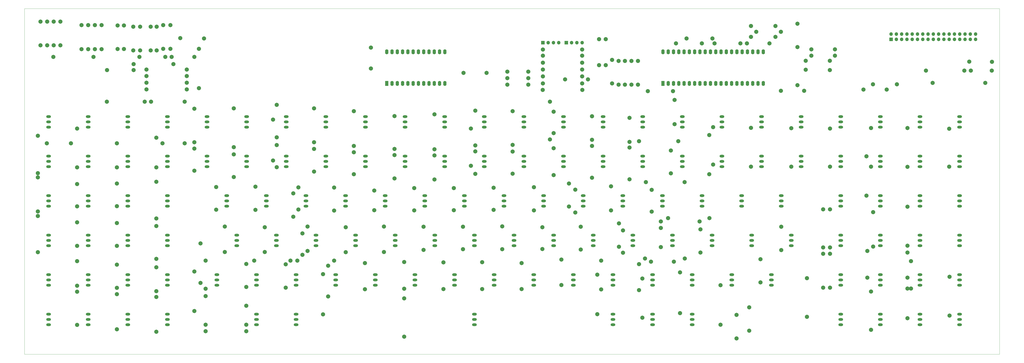
<source format=gbr>
%TF.GenerationSoftware,KiCad,Pcbnew,(6.0.5-0)*%
%TF.CreationDate,2022-06-13T02:35:28-04:00*%
%TF.ProjectId,SpaceCadet,53706163-6543-4616-9465-742e6b696361,rev?*%
%TF.SameCoordinates,Original*%
%TF.FileFunction,Copper,L1,Top*%
%TF.FilePolarity,Positive*%
%FSLAX46Y46*%
G04 Gerber Fmt 4.6, Leading zero omitted, Abs format (unit mm)*
G04 Created by KiCad (PCBNEW (6.0.5-0)) date 2022-06-13 02:35:28*
%MOMM*%
%LPD*%
G01*
G04 APERTURE LIST*
%TA.AperFunction,Profile*%
%ADD10C,0.100000*%
%TD*%
%TA.AperFunction,ComponentPad*%
%ADD11C,2.000000*%
%TD*%
%TA.AperFunction,ComponentPad*%
%ADD12O,2.286000X1.300000*%
%TD*%
%TA.AperFunction,ComponentPad*%
%ADD13R,1.600000X2.400000*%
%TD*%
%TA.AperFunction,ComponentPad*%
%ADD14O,1.600000X2.400000*%
%TD*%
%TA.AperFunction,ComponentPad*%
%ADD15R,1.700000X1.700000*%
%TD*%
%TA.AperFunction,ComponentPad*%
%ADD16O,1.700000X1.700000*%
%TD*%
G04 APERTURE END LIST*
D10*
X64250000Y-81300000D02*
X533250000Y-81300000D01*
X533250000Y-81300000D02*
X533250000Y-247900000D01*
X533250000Y-247900000D02*
X64250000Y-247900000D01*
X64250000Y-247900000D02*
X64250000Y-81300000D01*
D11*
%TO.P,,*%
%TO.N,COL13*%
X365890000Y-179100000D03*
%TD*%
%TO.P,,*%
%TO.N,COL8*%
X222630000Y-130670000D03*
%TD*%
%TO.P,,*%
%TO.N,/A4*%
X332490000Y-100960000D03*
%TD*%
D12*
%TO.P,SW91,1,VCC*%
%TO.N,ROW6*%
X456825000Y-190510000D03*
%TO.P,SW91,2,+5V*%
%TO.N,+5V*%
X456825000Y-193050000D03*
%TO.P,SW91,3,VOUT*%
%TO.N,COL11*%
X456825000Y-195590000D03*
%TD*%
D11*
%TO.P,,*%
%TO.N,ROW7*%
X381790000Y-201710000D03*
%TD*%
%TO.P,,*%
%TO.N,COL3*%
X127630000Y-182470000D03*
%TD*%
%TO.P,,*%
%TO.N,COL6*%
X195953859Y-178160000D03*
%TD*%
%TO.P,,*%
%TO.N,+5V*%
X350160000Y-184800000D03*
%TD*%
%TO.P,,*%
%TO.N,COL13*%
X389320000Y-187710000D03*
%TD*%
D12*
%TO.P,SW73,1,VCC*%
%TO.N,ROW3*%
X94875000Y-190510000D03*
%TO.P,SW73,2,+5V*%
%TO.N,+5V*%
X94875000Y-193050000D03*
%TO.P,SW73,3,VOUT*%
%TO.N,COL0*%
X94875000Y-195590000D03*
%TD*%
%TO.P,SW104,1,VCC*%
%TO.N,ROW4*%
X252037500Y-209560000D03*
%TO.P,SW104,2,+5V*%
%TO.N,+5V*%
X252037500Y-212100000D03*
%TO.P,SW104,3,VOUT*%
%TO.N,COL8*%
X252037500Y-214640000D03*
%TD*%
%TO.P,SW31,1,VCC*%
%TO.N,ROW1*%
X190125000Y-152410000D03*
%TO.P,SW31,2,+5V*%
%TO.N,+5V*%
X190125000Y-154950000D03*
%TO.P,SW31,3,VOUT*%
%TO.N,COL6*%
X190125000Y-157490000D03*
%TD*%
D11*
%TO.P,,*%
%TO.N,GND*%
X343830000Y-96020000D03*
%TD*%
%TO.P,,*%
%TO.N,+5V*%
X412800000Y-236550000D03*
%TD*%
%TO.P,,*%
%TO.N,COL11*%
X451690000Y-196400000D03*
%TD*%
%TO.P,,*%
%TO.N,COL1*%
X70690000Y-142590000D03*
%TD*%
%TO.P,,*%
%TO.N,COL14*%
X329150000Y-168570000D03*
%TD*%
%TO.P,,*%
%TO.N,GND*%
X122080000Y-126130000D03*
%TD*%
%TO.P,,*%
%TO.N,COL9*%
X242220000Y-163100000D03*
%TD*%
%TO.P,,*%
%TO.N,COL0*%
X89550000Y-184310000D03*
%TD*%
%TO.P,,*%
%TO.N,COL15*%
X393600000Y-142260000D03*
%TD*%
D12*
%TO.P,SW7,1,VCC*%
%TO.N,ROW0*%
X190125000Y-133360000D03*
%TO.P,SW7,2,+5V*%
%TO.N,+5V*%
X190125000Y-135900000D03*
%TO.P,SW7,3,VOUT*%
%TO.N,COL6*%
X190125000Y-138440000D03*
%TD*%
D11*
%TO.P,,*%
%TO.N,+5V*%
X326140000Y-165550000D03*
%TD*%
%TO.P,,*%
%TO.N,COL9*%
X251730000Y-178560000D03*
%TD*%
%TO.P,,*%
%TO.N,COL10*%
X284350000Y-216510000D03*
%TD*%
D12*
%TO.P,SW112,1,VCC*%
%TO.N,ROW5*%
X404437500Y-209560000D03*
%TO.P,SW112,2,+5V*%
%TO.N,+5V*%
X404437500Y-212100000D03*
%TO.P,SW112,3,VOUT*%
%TO.N,COL14*%
X404437500Y-214640000D03*
%TD*%
D11*
%TO.P,,*%
%TO.N,COL14*%
X418260000Y-213290000D03*
%TD*%
%TO.P,,*%
%TO.N,COL8*%
X237165000Y-186290000D03*
%TD*%
%TO.P,,*%
%TO.N,/A2*%
X332490000Y-107310000D03*
%TD*%
%TO.P,,*%
%TO.N,COL9*%
X242220000Y-151900000D03*
%TD*%
D12*
%TO.P,SW113,1,VCC*%
%TO.N,ROW5*%
X423487500Y-209560000D03*
%TO.P,SW113,2,+5V*%
%TO.N,+5V*%
X423487500Y-212100000D03*
%TO.P,SW113,3,VOUT*%
%TO.N,COL12*%
X423487500Y-214640000D03*
%TD*%
%TO.P,SW127,1,VCC*%
%TO.N,ROW5*%
X494925000Y-228610000D03*
%TO.P,SW127,2,+5V*%
%TO.N,+5V*%
X494925000Y-231150000D03*
%TO.P,SW127,3,VOUT*%
%TO.N,COL13*%
X494925000Y-233690000D03*
%TD*%
D11*
%TO.P,,*%
%TO.N,ROW0*%
X101310000Y-100810000D03*
%TD*%
D13*
%TO.P,U2,1,T0*%
%TO.N,T0*%
X371353000Y-117353000D03*
D14*
%TO.P,U2,2,X1*%
%TO.N,/X1*%
X373893000Y-117353000D03*
%TO.P,U2,3,X2*%
%TO.N,/X2*%
X376433000Y-117353000D03*
%TO.P,U2,4,~{RESET}*%
%TO.N,RESET*%
X378973000Y-117353000D03*
%TO.P,U2,5,~{SS}*%
%TO.N,+5V*%
X381513000Y-117353000D03*
%TO.P,U2,6,~{INT}*%
%TO.N,INT*%
X384053000Y-117353000D03*
%TO.P,U2,7,EA*%
%TO.N,GND*%
X386593000Y-117353000D03*
%TO.P,U2,8,~{RD}*%
%TO.N,READ*%
X389133000Y-117353000D03*
%TO.P,U2,9,~{PSEN}*%
%TO.N,unconnected-(U2-Pad9)*%
X391673000Y-117353000D03*
%TO.P,U2,10,~{WR}*%
%TO.N,WRITE*%
X394213000Y-117353000D03*
%TO.P,U2,11,ALE*%
%TO.N,unconnected-(U2-Pad11)*%
X396753000Y-117353000D03*
%TO.P,U2,12,DB.0*%
%TO.N,/DB0*%
X399293000Y-117353000D03*
%TO.P,U2,13,DB.1*%
%TO.N,/DB1*%
X401833000Y-117353000D03*
%TO.P,U2,14,DB.2*%
%TO.N,/DB2*%
X404373000Y-117353000D03*
%TO.P,U2,15,DB.3*%
%TO.N,/DB3*%
X406913000Y-117353000D03*
%TO.P,U2,16,DB.4*%
%TO.N,/DB4*%
X409453000Y-117353000D03*
%TO.P,U2,17,DB.5*%
%TO.N,/DB5*%
X411993000Y-117353000D03*
%TO.P,U2,18,DB.6*%
%TO.N,/DB6*%
X414533000Y-117353000D03*
%TO.P,U2,19,DB.7*%
%TO.N,/DB7*%
X417073000Y-117353000D03*
%TO.P,U2,20,GND*%
%TO.N,GND*%
X419613000Y-117353000D03*
%TO.P,U2,21,P2.0*%
%TO.N,ROW0*%
X419613000Y-102113000D03*
%TO.P,U2,22,P2.1*%
%TO.N,ROW1*%
X417073000Y-102113000D03*
%TO.P,U2,23,P2.2*%
%TO.N,ROW2*%
X414533000Y-102113000D03*
%TO.P,U2,24,P2.3*%
%TO.N,ROW3*%
X411993000Y-102113000D03*
%TO.P,U2,25,PROG*%
%TO.N,unconnected-(U2-Pad25)*%
X409453000Y-102113000D03*
%TO.P,U2,26,VDD*%
%TO.N,+5V*%
X406913000Y-102113000D03*
%TO.P,U2,27,P1.0*%
%TO.N,/A0*%
X404373000Y-102113000D03*
%TO.P,U2,28,P1.1*%
%TO.N,/A1*%
X401833000Y-102113000D03*
%TO.P,U2,29,P1.2*%
%TO.N,/A2*%
X399293000Y-102113000D03*
%TO.P,U2,30,P1.3*%
%TO.N,/A3*%
X396753000Y-102113000D03*
%TO.P,U2,31,P1.4*%
%TO.N,/A4*%
X394213000Y-102113000D03*
%TO.P,U2,32,P1.5*%
%TO.N,A5*%
X391673000Y-102113000D03*
%TO.P,U2,33,P1.6*%
%TO.N,A6*%
X389133000Y-102113000D03*
%TO.P,U2,34,P1.7*%
%TO.N,A7*%
X386593000Y-102113000D03*
%TO.P,U2,35,P2.4*%
%TO.N,ROW4*%
X384053000Y-102113000D03*
%TO.P,U2,36,P2.5*%
%TO.N,ROW5*%
X381513000Y-102113000D03*
%TO.P,U2,37,P2.6*%
%TO.N,ROW6*%
X378973000Y-102113000D03*
%TO.P,U2,38,P2.7*%
%TO.N,ROW7*%
X376433000Y-102113000D03*
%TO.P,U2,39,T1*%
%TO.N,T1*%
X373893000Y-102113000D03*
%TO.P,U2,40,VCC*%
%TO.N,+5V*%
X371353000Y-102113000D03*
%TD*%
D11*
%TO.P,,*%
%TO.N,COL7*%
X228020000Y-203970000D03*
%TD*%
%TO.P,,*%
%TO.N,COL4*%
X156480000Y-178200000D03*
%TD*%
D12*
%TO.P,SW1,1,VCC*%
%TO.N,ROW7*%
X75825000Y-133360000D03*
%TO.P,SW1,2,+5V*%
%TO.N,+5V*%
X75825000Y-135900000D03*
%TO.P,SW1,3,VOUT*%
%TO.N,COL4*%
X75825000Y-138440000D03*
%TD*%
D11*
%TO.P,,*%
%TO.N,+5V*%
X469170000Y-152470000D03*
%TD*%
%TO.P,,*%
%TO.N,COL0*%
X108660000Y-218940000D03*
%TD*%
%TO.P,,*%
%TO.N,COL12*%
X309240000Y-167390000D03*
%TD*%
%TO.P,,*%
%TO.N,COL9*%
X256190000Y-186420000D03*
%TD*%
%TO.P,,*%
%TO.N,COL4*%
X145920000Y-148730000D03*
%TD*%
%TO.P,,*%
%TO.N,COL1*%
X89550000Y-217760000D03*
%TD*%
D12*
%TO.P,SW10,1,VCC*%
%TO.N,ROW0*%
X247275000Y-133360000D03*
%TO.P,SW10,2,+5V*%
%TO.N,+5V*%
X247275000Y-135900000D03*
%TO.P,SW10,3,VOUT*%
%TO.N,COL9*%
X247275000Y-138440000D03*
%TD*%
D11*
%TO.P,,*%
%TO.N,COL9*%
X488900000Y-210970000D03*
%TD*%
%TO.P,,*%
%TO.N,/A2*%
X313550000Y-107310000D03*
%TD*%
%TO.P,,*%
%TO.N,COL1*%
X70690000Y-198670000D03*
%TD*%
%TO.P,,*%
%TO.N,+5V*%
X335220000Y-115350000D03*
%TD*%
%TO.P,,*%
%TO.N,COL12*%
X299060000Y-160840000D03*
%TD*%
%TO.P,,*%
%TO.N,COL8*%
X222630000Y-147430000D03*
%TD*%
%TO.P,,*%
%TO.N,COL11*%
X281100000Y-150130000D03*
%TD*%
%TO.P,,*%
%TO.N,COL6*%
X210270000Y-205240000D03*
%TD*%
%TO.P,,*%
%TO.N,COL4*%
X78330000Y-98980000D03*
%TD*%
%TO.P,,*%
%TO.N,COL14*%
X318760000Y-141260000D03*
%TD*%
D12*
%TO.P,SW59,1,VCC*%
%TO.N,ROW2*%
X275850000Y-171460000D03*
%TO.P,SW59,2,+5V*%
%TO.N,+5V*%
X275850000Y-174000000D03*
%TO.P,SW59,3,VOUT*%
%TO.N,COL10*%
X275850000Y-176540000D03*
%TD*%
D15*
%TO.P,J0,1,Pin_1*%
%TO.N,A5*%
X481071000Y-96074000D03*
D16*
%TO.P,J0,2,Pin_2*%
%TO.N,CONN2*%
X481071000Y-93534000D03*
%TO.P,J0,3,Pin_3*%
%TO.N,CONN3*%
X483611000Y-96074000D03*
%TO.P,J0,4,Pin_4*%
%TO.N,CONN4*%
X483611000Y-93534000D03*
%TO.P,J0,5,Pin_5*%
%TO.N,CONN5*%
X486151000Y-96074000D03*
%TO.P,J0,6,Pin_6*%
%TO.N,CONN6*%
X486151000Y-93534000D03*
%TO.P,J0,7,Pin_7*%
%TO.N,unconnected-(J0-Pad7)*%
X488691000Y-96074000D03*
%TO.P,J0,8,Pin_8*%
%TO.N,CONN8*%
X488691000Y-93534000D03*
%TO.P,J0,9,Pin_9*%
%TO.N,CONN9*%
X491231000Y-96074000D03*
%TO.P,J0,10,Pin_10*%
%TO.N,CONN10*%
X491231000Y-93534000D03*
%TO.P,J0,11,Pin_11*%
%TO.N,/DB4*%
X493771000Y-96074000D03*
%TO.P,J0,12,Pin_12*%
%TO.N,unconnected-(J0-Pad12)*%
X493771000Y-93534000D03*
%TO.P,J0,13,Pin_13*%
%TO.N,/DB5*%
X496311000Y-96074000D03*
%TO.P,J0,14,Pin_14*%
%TO.N,unconnected-(J0-Pad14)*%
X496311000Y-93534000D03*
%TO.P,J0,15,Pin_15*%
%TO.N,/DB6*%
X498851000Y-96074000D03*
%TO.P,J0,16,Pin_16*%
%TO.N,unconnected-(J0-Pad16)*%
X498851000Y-93534000D03*
%TO.P,J0,17,Pin_17*%
%TO.N,/DB7*%
X501391000Y-96074000D03*
%TO.P,J0,18,Pin_18*%
%TO.N,unconnected-(J0-Pad18)*%
X501391000Y-93534000D03*
%TO.P,J0,19,Pin_19*%
%TO.N,/DB3*%
X503931000Y-96074000D03*
%TO.P,J0,20,Pin_20*%
%TO.N,+5V*%
X503931000Y-93534000D03*
%TO.P,J0,21,Pin_21*%
%TO.N,/DB2*%
X506471000Y-96074000D03*
%TO.P,J0,22,Pin_22*%
%TO.N,+5V*%
X506471000Y-93534000D03*
%TO.P,J0,23,Pin_23*%
%TO.N,/DB1*%
X509011000Y-96074000D03*
%TO.P,J0,24,Pin_24*%
%TO.N,GND*%
X509011000Y-93534000D03*
%TO.P,J0,25,Pin_25*%
%TO.N,/DB0*%
X511551000Y-96074000D03*
%TO.P,J0,26,Pin_26*%
%TO.N,GND*%
X511551000Y-93534000D03*
%TO.P,J0,27,Pin_27*%
%TO.N,CONN27*%
X514091000Y-96074000D03*
%TO.P,J0,28,Pin_28*%
%TO.N,GND*%
X514091000Y-93534000D03*
%TO.P,J0,29,Pin_29*%
%TO.N,CONN29*%
X516631000Y-96074000D03*
%TO.P,J0,30,Pin_30*%
%TO.N,GND*%
X516631000Y-93534000D03*
%TO.P,J0,31,Pin_31*%
%TO.N,RESET*%
X519171000Y-96074000D03*
%TO.P,J0,32,Pin_32*%
%TO.N,GND*%
X519171000Y-93534000D03*
%TO.P,J0,33,Pin_33*%
%TO.N,CONN33*%
X521711000Y-96074000D03*
%TO.P,J0,34,Pin_34*%
%TO.N,GND*%
X521711000Y-93534000D03*
%TD*%
D11*
%TO.P,,*%
%TO.N,ROW0*%
X183820000Y-134810000D03*
%TD*%
%TO.P,,*%
%TO.N,GND*%
X103850000Y-126130000D03*
%TD*%
%TO.P,,*%
%TO.N,COL5*%
X189850000Y-204500000D03*
%TD*%
D12*
%TO.P,SW98,1,VCC*%
%TO.N,ROW4*%
X132975000Y-209560000D03*
%TO.P,SW98,2,+5V*%
%TO.N,+5V*%
X132975000Y-212100000D03*
%TO.P,SW98,3,VOUT*%
%TO.N,COL2*%
X132975000Y-214640000D03*
%TD*%
%TO.P,SW93,1,VCC*%
%TO.N,ROW6*%
X494925000Y-190510000D03*
%TO.P,SW93,2,+5V*%
%TO.N,+5V*%
X494925000Y-193050000D03*
%TO.P,SW93,3,VOUT*%
%TO.N,COL9*%
X494925000Y-195590000D03*
%TD*%
D11*
%TO.P,,*%
%TO.N,ROW6*%
X340560000Y-108500000D03*
%TD*%
%TO.P,,*%
%TO.N,COL13*%
X488900000Y-230540000D03*
%TD*%
%TO.P,,*%
%TO.N,ROW0*%
X131000000Y-100690000D03*
%TD*%
%TO.P,,*%
%TO.N,A7*%
X353073333Y-117940000D03*
%TD*%
D13*
%TO.P,U1,1,S0*%
%TO.N,COL0*%
X238501000Y-117328000D03*
D14*
%TO.P,U1,2,S1*%
%TO.N,COL1*%
X241041000Y-117328000D03*
%TO.P,U1,3,S2*%
%TO.N,COL2*%
X243581000Y-117328000D03*
%TO.P,U1,4,S3*%
%TO.N,/COL3*%
X246121000Y-117328000D03*
%TO.P,U1,5,S4*%
%TO.N,COL4*%
X248661000Y-117328000D03*
%TO.P,U1,6,S5*%
%TO.N,/COL5*%
X251201000Y-117328000D03*
%TO.P,U1,7,S6*%
%TO.N,/COL6*%
X253741000Y-117328000D03*
%TO.P,U1,8,S7*%
%TO.N,/COL7*%
X256281000Y-117328000D03*
%TO.P,U1,9,S8*%
%TO.N,/COL8*%
X258821000Y-117328000D03*
%TO.P,U1,10,S9*%
%TO.N,/COL9*%
X261361000Y-117328000D03*
%TO.P,U1,11,S10*%
%TO.N,/COL10*%
X263901000Y-117328000D03*
%TO.P,U1,12,GND*%
%TO.N,GND*%
X266441000Y-117328000D03*
%TO.P,U1,13,S11*%
%TO.N,/COL11*%
X266441000Y-102088000D03*
%TO.P,U1,14,S12*%
%TO.N,/COL12*%
X263901000Y-102088000D03*
%TO.P,U1,15,S13*%
%TO.N,/COL13*%
X261361000Y-102088000D03*
%TO.P,U1,16,S14*%
%TO.N,/COL14*%
X258821000Y-102088000D03*
%TO.P,U1,17,S15*%
%TO.N,/COL15*%
X256281000Y-102088000D03*
%TO.P,U1,18,E0*%
%TO.N,/A0*%
X253741000Y-102088000D03*
%TO.P,U1,19,E1*%
%TO.N,GND*%
X251201000Y-102088000D03*
%TO.P,U1,20,A3*%
%TO.N,/A1*%
X248661000Y-102088000D03*
%TO.P,U1,21,A2*%
%TO.N,/A2*%
X246121000Y-102088000D03*
%TO.P,U1,22,A1*%
%TO.N,/A3*%
X243581000Y-102088000D03*
%TO.P,U1,23,A0*%
%TO.N,/A4*%
X241041000Y-102088000D03*
%TO.P,U1,24,VCC*%
%TO.N,+5V*%
X238501000Y-102088000D03*
%TD*%
D11*
%TO.P,,*%
%TO.N,COL2*%
X127630000Y-217470000D03*
%TD*%
%TO.P,,*%
%TO.N,COL3*%
X127630000Y-201870000D03*
%TD*%
%TO.P,,*%
%TO.N,A5*%
X454050000Y-100940000D03*
%TD*%
%TO.P,,*%
%TO.N,COL11*%
X281100000Y-147180000D03*
%TD*%
%TO.P,,*%
%TO.N,COL9*%
X251730000Y-167820000D03*
%TD*%
%TO.P,,*%
%TO.N,COL2*%
X142280000Y-117000000D03*
%TD*%
%TO.P,,*%
%TO.N,ROW4*%
X339770000Y-209540000D03*
%TD*%
D12*
%TO.P,SW119,1,VCC*%
%TO.N,ROW5*%
X94875000Y-228610000D03*
%TO.P,SW119,2,+5V*%
%TO.N,+5V*%
X94875000Y-231150000D03*
%TO.P,SW119,3,VOUT*%
%TO.N,COL1*%
X94875000Y-233690000D03*
%TD*%
D11*
%TO.P,,*%
%TO.N,COL1*%
X70690000Y-162610000D03*
%TD*%
D12*
%TO.P,SW57,1,VCC*%
%TO.N,ROW2*%
X237750000Y-171460000D03*
%TO.P,SW57,2,+5V*%
%TO.N,+5V*%
X237750000Y-174000000D03*
%TO.P,SW57,3,VOUT*%
%TO.N,COL8*%
X237750000Y-176540000D03*
%TD*%
D11*
%TO.P,,*%
%TO.N,ROW0*%
X98110000Y-100810000D03*
%TD*%
%TO.P,,*%
%TO.N,GND*%
X286520000Y-112260000D03*
%TD*%
D12*
%TO.P,SW92,1,VCC*%
%TO.N,ROW6*%
X475875000Y-190510000D03*
%TO.P,SW92,2,+5V*%
%TO.N,+5V*%
X475875000Y-193050000D03*
%TO.P,SW92,3,VOUT*%
%TO.N,COL10*%
X475875000Y-195590000D03*
%TD*%
%TO.P,SW83,1,VCC*%
%TO.N,ROW3*%
X299662500Y-190510000D03*
%TO.P,SW83,2,+5V*%
%TO.N,+5V*%
X299662500Y-193050000D03*
%TO.P,SW83,3,VOUT*%
%TO.N,COL11*%
X299662500Y-195590000D03*
%TD*%
D15*
%TO.P,J3_2,1,Pin_1*%
%TO.N,ROW4*%
X324866000Y-97663000D03*
D16*
%TO.P,J3_2,2,Pin_2*%
%TO.N,ROW5*%
X327406000Y-97663000D03*
%TO.P,J3_2,3,Pin_3*%
%TO.N,ROW6*%
X329946000Y-97663000D03*
%TO.P,J3_2,4,Pin_4*%
%TO.N,ROW7*%
X332486000Y-97663000D03*
%TD*%
D11*
%TO.P,,*%
%TO.N,COL4*%
X399020000Y-214620000D03*
%TD*%
D12*
%TO.P,SW97,1,VCC*%
%TO.N,ROW4*%
X113925000Y-209560000D03*
%TO.P,SW97,2,+5V*%
%TO.N,+5V*%
X113925000Y-212100000D03*
%TO.P,SW97,3,VOUT*%
%TO.N,COL0*%
X113925000Y-214640000D03*
%TD*%
D11*
%TO.P,,*%
%TO.N,READ*%
X472360000Y-117710000D03*
%TD*%
%TO.P,,*%
%TO.N,ROW5*%
X145920000Y-208000000D03*
%TD*%
%TO.P,,*%
%TO.N,COL3*%
X151330000Y-219880000D03*
%TD*%
%TO.P,,*%
%TO.N,COL12*%
X448370000Y-215760000D03*
%TD*%
D12*
%TO.P,SW76,1,VCC*%
%TO.N,ROW3*%
X166312500Y-190510000D03*
%TO.P,SW76,2,+5V*%
%TO.N,+5V*%
X166312500Y-193050000D03*
%TO.P,SW76,3,VOUT*%
%TO.N,COL4*%
X166312500Y-195590000D03*
%TD*%
D11*
%TO.P,,*%
%TO.N,COL8*%
X222630000Y-161120000D03*
%TD*%
D12*
%TO.P,SW110,1,VCC*%
%TO.N,ROW4*%
X366337500Y-209560000D03*
%TO.P,SW110,2,+5V*%
%TO.N,+5V*%
X366337500Y-212100000D03*
%TO.P,SW110,3,VOUT*%
%TO.N,COL15*%
X366337500Y-214640000D03*
%TD*%
D11*
%TO.P,,*%
%TO.N,ROW7*%
X75130000Y-98980000D03*
%TD*%
%TO.P,,*%
%TO.N,COL0*%
X108660000Y-215870000D03*
%TD*%
%TO.P,,*%
%TO.N,COL11*%
X451700000Y-178070000D03*
%TD*%
%TO.P,,*%
%TO.N,COL13*%
X355220000Y-148270000D03*
%TD*%
D12*
%TO.P,SW128,1,VCC*%
%TO.N,ROW5*%
X513975000Y-228610000D03*
%TO.P,SW128,2,+5V*%
%TO.N,+5V*%
X513975000Y-231150000D03*
%TO.P,SW128,3,VOUT*%
%TO.N,COL15*%
X513975000Y-233690000D03*
%TD*%
D11*
%TO.P,,*%
%TO.N,GND*%
X340560000Y-96020000D03*
%TD*%
D12*
%TO.P,SW55,1,VCC*%
%TO.N,ROW2*%
X199650000Y-171460000D03*
%TO.P,SW55,2,+5V*%
%TO.N,+5V*%
X199650000Y-174000000D03*
%TO.P,SW55,3,VOUT*%
%TO.N,COL6*%
X199650000Y-176540000D03*
%TD*%
D11*
%TO.P,,*%
%TO.N,COL9*%
X256190000Y-197560000D03*
%TD*%
%TO.P,,*%
%TO.N,GND*%
X425450000Y-89662000D03*
%TD*%
%TO.P,,*%
%TO.N,COL3*%
X127630000Y-164740000D03*
%TD*%
%TO.P,,*%
%TO.N,COL9*%
X488900000Y-195520000D03*
%TD*%
%TO.P,,*%
%TO.N,GND*%
X529540000Y-106890000D03*
%TD*%
D12*
%TO.P,SW5,1,VCC*%
%TO.N,ROW0*%
X152025000Y-133360000D03*
%TO.P,SW5,2,+5V*%
%TO.N,+5V*%
X152025000Y-135900000D03*
%TO.P,SW5,3,VOUT*%
%TO.N,COL3*%
X152025000Y-138440000D03*
%TD*%
D11*
%TO.P,,*%
%TO.N,COL2*%
X127630000Y-206000000D03*
%TD*%
%TO.P,,*%
%TO.N,COL0*%
X116550000Y-101440000D03*
%TD*%
D12*
%TO.P,SW105,1,VCC*%
%TO.N,ROW4*%
X271087500Y-209560000D03*
%TO.P,SW105,2,+5V*%
%TO.N,+5V*%
X271087500Y-212100000D03*
%TO.P,SW105,3,VOUT*%
%TO.N,COL9*%
X271087500Y-214640000D03*
%TD*%
D11*
%TO.P,,*%
%TO.N,ROW7*%
X174690000Y-202740000D03*
%TD*%
%TO.P,,*%
%TO.N,COL15*%
X352130000Y-188220000D03*
%TD*%
%TO.P,,*%
%TO.N,CONN3*%
X454050000Y-103910000D03*
%TD*%
D12*
%TO.P,SW33,1,VCC*%
%TO.N,ROW1*%
X228225000Y-152410000D03*
%TO.P,SW33,2,+5V*%
%TO.N,+5V*%
X228225000Y-154950000D03*
%TO.P,SW33,3,VOUT*%
%TO.N,COL8*%
X228225000Y-157490000D03*
%TD*%
D11*
%TO.P,,*%
%TO.N,GND*%
X390040000Y-97990000D03*
%TD*%
D12*
%TO.P,SW86,1,VCC*%
%TO.N,ROW3*%
X356812500Y-190510000D03*
%TO.P,SW86,2,+5V*%
%TO.N,+5V*%
X356812500Y-193050000D03*
%TO.P,SW86,3,VOUT*%
%TO.N,COL15*%
X356812500Y-195590000D03*
%TD*%
%TO.P,SW61,1,VCC*%
%TO.N,ROW2*%
X313950000Y-171460000D03*
%TO.P,SW61,2,+5V*%
%TO.N,+5V*%
X313950000Y-174000000D03*
%TO.P,SW61,3,VOUT*%
%TO.N,COL12*%
X313950000Y-176540000D03*
%TD*%
%TO.P,SW8,1,VCC*%
%TO.N,ROW0*%
X209175000Y-133360000D03*
%TO.P,SW8,2,+5V*%
%TO.N,+5V*%
X209175000Y-135900000D03*
%TO.P,SW8,3,VOUT*%
%TO.N,COL7*%
X209175000Y-138440000D03*
%TD*%
D11*
%TO.P,,*%
%TO.N,+5V*%
X376930000Y-136950000D03*
%TD*%
D12*
%TO.P,SW15,1,VCC*%
%TO.N,ROW0*%
X342525000Y-133360000D03*
%TO.P,SW15,2,+5V*%
%TO.N,+5V*%
X342525000Y-135900000D03*
%TO.P,SW15,3,VOUT*%
%TO.N,COL15*%
X342525000Y-138440000D03*
%TD*%
D11*
%TO.P,,*%
%TO.N,COL15*%
X337190000Y-147480000D03*
%TD*%
%TO.P,,*%
%TO.N,COL2*%
X108660000Y-184600000D03*
%TD*%
%TO.P,,*%
%TO.N,COL6*%
X210270000Y-220050000D03*
%TD*%
D12*
%TO.P,SW69,1,VCC*%
%TO.N,ROW7*%
X475875000Y-171460000D03*
%TO.P,SW69,2,+5V*%
%TO.N,+5V*%
X475875000Y-174000000D03*
%TO.P,SW69,3,VOUT*%
%TO.N,COL10*%
X475875000Y-176540000D03*
%TD*%
D11*
%TO.P,,*%
%TO.N,+5V*%
X278950000Y-139060000D03*
%TD*%
%TO.P,,*%
%TO.N,COL4*%
X156480000Y-167260000D03*
%TD*%
%TO.P,,*%
%TO.N,/X2*%
X332570000Y-120420000D03*
%TD*%
%TO.P,,*%
%TO.N,COL12*%
X299060000Y-130670000D03*
%TD*%
%TO.P,,*%
%TO.N,COL0*%
X108660000Y-204670000D03*
%TD*%
D12*
%TO.P,SW50,1,VCC*%
%TO.N,ROW2*%
X94875000Y-171460000D03*
%TO.P,SW50,2,+5V*%
%TO.N,+5V*%
X94875000Y-174000000D03*
%TO.P,SW50,3,VOUT*%
%TO.N,COL0*%
X94875000Y-176540000D03*
%TD*%
D11*
%TO.P,,*%
%TO.N,A5*%
X442690000Y-100940000D03*
%TD*%
D12*
%TO.P,SW44,1,VCC*%
%TO.N,ROW6*%
X437775000Y-152410000D03*
%TO.P,SW44,2,+5V*%
%TO.N,+5V*%
X437775000Y-154950000D03*
%TO.P,SW44,3,VOUT*%
%TO.N,COL3*%
X437775000Y-157490000D03*
%TD*%
D11*
%TO.P,,*%
%TO.N,COL1*%
X70690000Y-181240000D03*
%TD*%
D12*
%TO.P,SW115,1,VCC*%
%TO.N,ROW5*%
X475875000Y-209560000D03*
%TO.P,SW115,2,+5V*%
%TO.N,+5V*%
X475875000Y-212100000D03*
%TO.P,SW115,3,VOUT*%
%TO.N,COL10*%
X475875000Y-214640000D03*
%TD*%
D11*
%TO.P,,*%
%TO.N,COL5*%
X395480000Y-138420000D03*
%TD*%
%TO.P,,*%
%TO.N,COL12*%
X448370000Y-196400000D03*
%TD*%
D12*
%TO.P,SW16,1,VCC*%
%TO.N,ROW0*%
X361575000Y-133360000D03*
%TO.P,SW16,2,+5V*%
%TO.N,+5V*%
X361575000Y-135900000D03*
%TO.P,SW16,3,VOUT*%
%TO.N,COL13*%
X361575000Y-138440000D03*
%TD*%
D11*
%TO.P,,*%
%TO.N,COL0*%
X108660000Y-235880000D03*
%TD*%
%TO.P,,*%
%TO.N,COL14*%
X331770000Y-197390000D03*
%TD*%
%TO.P,,*%
%TO.N,COL3*%
X127630000Y-143460000D03*
%TD*%
%TO.P,,*%
%TO.N,COL4*%
X145920000Y-159400000D03*
%TD*%
%TO.P,,*%
%TO.N,ROW0*%
X197900000Y-189640000D03*
%TD*%
%TO.P,,*%
%TO.N,COL3*%
X127630000Y-186070000D03*
%TD*%
%TO.P,,*%
%TO.N,GND*%
X275430000Y-112260000D03*
%TD*%
D12*
%TO.P,SW19,1,VCC*%
%TO.N,ROW7*%
X418725000Y-133360000D03*
%TO.P,SW19,2,+5V*%
%TO.N,+5V*%
X418725000Y-135900000D03*
%TO.P,SW19,3,VOUT*%
%TO.N,COL7*%
X418725000Y-138440000D03*
%TD*%
D11*
%TO.P,,*%
%TO.N,COL3*%
X151330000Y-216270000D03*
%TD*%
%TO.P,,*%
%TO.N,COL14*%
X318760000Y-148530000D03*
%TD*%
%TO.P,,*%
%TO.N,ROW6*%
X379520000Y-228080000D03*
%TD*%
%TO.P,,*%
%TO.N,GND*%
X296490000Y-114800000D03*
%TD*%
%TO.P,,*%
%TO.N,ROW1*%
X416210000Y-92470000D03*
%TD*%
%TO.P,,*%
%TO.N,GND*%
X428021000Y-92470000D03*
%TD*%
D12*
%TO.P,SW120,1,VCC*%
%TO.N,ROW5*%
X113925000Y-228610000D03*
%TO.P,SW120,2,+5V*%
%TO.N,+5V*%
X113925000Y-231150000D03*
%TO.P,SW120,3,VOUT*%
%TO.N,COL0*%
X113925000Y-233690000D03*
%TD*%
D11*
%TO.P,,*%
%TO.N,ROW6*%
X375130000Y-160640000D03*
%TD*%
%TO.P,,*%
%TO.N,COL10*%
X275180000Y-186420000D03*
%TD*%
%TO.P,,*%
%TO.N,ROW0*%
X197900000Y-199960000D03*
%TD*%
%TO.P,,*%
%TO.N,COL7*%
X228020000Y-216550000D03*
%TD*%
%TO.P,,*%
%TO.N,COL12*%
X322470000Y-202230000D03*
%TD*%
D12*
%TO.P,SW49,1,VCC*%
%TO.N,ROW2*%
X75825000Y-171460000D03*
%TO.P,SW49,2,+5V*%
%TO.N,+5V*%
X75825000Y-174000000D03*
%TO.P,SW49,3,VOUT*%
%TO.N,COL1*%
X75825000Y-176540000D03*
%TD*%
%TO.P,SW70,1,VCC*%
%TO.N,ROW7*%
X494925000Y-171460000D03*
%TO.P,SW70,2,+5V*%
%TO.N,+5V*%
X494925000Y-174000000D03*
%TO.P,SW70,3,VOUT*%
%TO.N,COL9*%
X494925000Y-176540000D03*
%TD*%
D11*
%TO.P,,*%
%TO.N,WRITE*%
X439990000Y-110730000D03*
%TD*%
%TO.P,,*%
%TO.N,GND*%
X516250000Y-111130000D03*
%TD*%
%TO.P,,*%
%TO.N,COL12*%
X313300000Y-197130000D03*
%TD*%
D12*
%TO.P,SW28,1,VCC*%
%TO.N,ROW1*%
X132975000Y-152410000D03*
%TO.P,SW28,2,+5V*%
%TO.N,+5V*%
X132975000Y-154950000D03*
%TO.P,SW28,3,VOUT*%
%TO.N,COL3*%
X132975000Y-157490000D03*
%TD*%
D11*
%TO.P,,*%
%TO.N,COL6*%
X471440000Y-236110000D03*
%TD*%
%TO.P,,*%
%TO.N,GND*%
X436010000Y-88520000D03*
%TD*%
%TO.P,,*%
%TO.N,COL14*%
X318760000Y-161500000D03*
%TD*%
%TO.P,,*%
%TO.N,COL9*%
X488900000Y-176760000D03*
%TD*%
D12*
%TO.P,SW54,1,VCC*%
%TO.N,ROW2*%
X180600000Y-171460000D03*
%TO.P,SW54,2,+5V*%
%TO.N,+5V*%
X180600000Y-174000000D03*
%TO.P,SW54,3,VOUT*%
%TO.N,COL5*%
X180600000Y-176540000D03*
%TD*%
D11*
%TO.P,,*%
%TO.N,COL5*%
X395480000Y-156430000D03*
%TD*%
%TO.P,,*%
%TO.N,CONN9*%
X451600000Y-110900000D03*
%TD*%
%TO.P,,*%
%TO.N,COL1*%
X488900000Y-157550000D03*
%TD*%
%TO.P,,*%
%TO.N,ROW0*%
X183820000Y-154500000D03*
%TD*%
%TO.P,,*%
%TO.N,COL15*%
X352130000Y-198960000D03*
%TD*%
%TO.P,,*%
%TO.N,+5V*%
X349960000Y-117940000D03*
%TD*%
%TO.P,,*%
%TO.N,COL8*%
X246840000Y-216290000D03*
%TD*%
%TO.P,,*%
%TO.N,COL15*%
X346310000Y-178530000D03*
%TD*%
%TO.P,,*%
%TO.N,COL5*%
X164880000Y-148050000D03*
%TD*%
%TO.P,,*%
%TO.N,GND*%
X395160000Y-95650000D03*
%TD*%
D12*
%TO.P,SW67,1,VCC*%
%TO.N,ROW7*%
X428250000Y-171460000D03*
%TO.P,SW67,2,+5V*%
%TO.N,+5V*%
X428250000Y-174000000D03*
%TO.P,SW67,3,VOUT*%
%TO.N,COL12*%
X428250000Y-176540000D03*
%TD*%
D11*
%TO.P,,*%
%TO.N,COL15*%
X363080000Y-164890000D03*
%TD*%
D12*
%TO.P,SW56,1,VCC*%
%TO.N,ROW2*%
X218700000Y-171460000D03*
%TO.P,SW56,2,+5V*%
%TO.N,+5V*%
X218700000Y-174000000D03*
%TO.P,SW56,3,VOUT*%
%TO.N,COL7*%
X218700000Y-176540000D03*
%TD*%
D11*
%TO.P,,*%
%TO.N,+5V*%
X230850000Y-100090000D03*
%TD*%
%TO.P,,*%
%TO.N,GND*%
X501000000Y-117040000D03*
%TD*%
%TO.P,,*%
%TO.N,/A0*%
X313550000Y-113980000D03*
%TD*%
%TO.P,,*%
%TO.N,COL6*%
X185550000Y-143290000D03*
%TD*%
%TO.P,,*%
%TO.N,+5V*%
X469170000Y-171440000D03*
%TD*%
D12*
%TO.P,SW89,1,VCC*%
%TO.N,ROW6*%
X413962500Y-190510000D03*
%TO.P,SW89,2,+5V*%
%TO.N,+5V*%
X413962500Y-193050000D03*
%TO.P,SW89,3,VOUT*%
%TO.N,COL14*%
X413962500Y-195590000D03*
%TD*%
%TO.P,SW48,1,VCC*%
%TO.N,ROW6*%
X513975000Y-152410000D03*
%TO.P,SW48,2,+5V*%
%TO.N,+5V*%
X513975000Y-154950000D03*
%TO.P,SW48,3,VOUT*%
%TO.N,COL15*%
X513975000Y-157490000D03*
%TD*%
D11*
%TO.P,,*%
%TO.N,GND*%
X81530000Y-87510000D03*
%TD*%
%TO.P,,*%
%TO.N,A6*%
X442690000Y-103910000D03*
%TD*%
D12*
%TO.P,SW122,1,VCC*%
%TO.N,ROW0*%
X175837500Y-228610000D03*
%TO.P,SW122,2,+5V*%
%TO.N,+5V*%
X175837500Y-231150000D03*
%TO.P,SW122,3,VOUT*%
%TO.N,COL4*%
X175837500Y-233690000D03*
%TD*%
D11*
%TO.P,,*%
%TO.N,COL15*%
X359820000Y-204460000D03*
%TD*%
%TO.P,,*%
%TO.N,COL1*%
X142280000Y-110600000D03*
%TD*%
%TO.P,,*%
%TO.N,+5V*%
X135020000Y-104510000D03*
%TD*%
D12*
%TO.P,SW84,1,VCC*%
%TO.N,ROW3*%
X318712500Y-190510000D03*
%TO.P,SW84,2,+5V*%
%TO.N,+5V*%
X318712500Y-193050000D03*
%TO.P,SW84,3,VOUT*%
%TO.N,COL12*%
X318712500Y-195590000D03*
%TD*%
D11*
%TO.P,,*%
%TO.N,COL5*%
X164880000Y-162460000D03*
%TD*%
%TO.P,,*%
%TO.N,COL13*%
X361450000Y-230270000D03*
%TD*%
%TO.P,,*%
%TO.N,COL14*%
X428210000Y-186400000D03*
%TD*%
%TO.P,,*%
%TO.N,GND*%
X148140000Y-119600000D03*
%TD*%
D12*
%TO.P,SW123,1,VCC*%
%TO.N,ROW4*%
X280612500Y-228610000D03*
%TO.P,SW123,2,+5V*%
%TO.N,+5V*%
X280612500Y-231150000D03*
%TO.P,SW123,3,VOUT*%
%TO.N,COL13*%
X280612500Y-233690000D03*
%TD*%
D11*
%TO.P,,*%
%TO.N,COL4*%
X170950000Y-224490000D03*
%TD*%
%TO.P,,*%
%TO.N,COL8*%
X222630000Y-150500000D03*
%TD*%
%TO.P,,*%
%TO.N,/X1*%
X306550000Y-111680000D03*
%TD*%
%TO.P,,*%
%TO.N,GND*%
X378680000Y-145170000D03*
%TD*%
%TO.P,,*%
%TO.N,COL4*%
X170950000Y-215420000D03*
%TD*%
%TO.P,,*%
%TO.N,CONN4*%
X134470000Y-89210000D03*
%TD*%
%TO.P,,*%
%TO.N,ROW0*%
X101310000Y-89210000D03*
%TD*%
%TO.P,,*%
%TO.N,/A3*%
X332490000Y-103975000D03*
%TD*%
%TO.P,,*%
%TO.N,COL10*%
X275180000Y-197260000D03*
%TD*%
%TO.P,,*%
%TO.N,COL10*%
X469610000Y-198060000D03*
%TD*%
%TO.P,,*%
%TO.N,COL7*%
X413650000Y-138780000D03*
%TD*%
D12*
%TO.P,SW62,1,VCC*%
%TO.N,ROW2*%
X333000000Y-171460000D03*
%TO.P,SW62,2,+5V*%
%TO.N,+5V*%
X333000000Y-174000000D03*
%TO.P,SW62,3,VOUT*%
%TO.N,COL14*%
X333000000Y-176540000D03*
%TD*%
D11*
%TO.P,,*%
%TO.N,A6*%
X356186666Y-106480000D03*
%TD*%
D12*
%TO.P,SW100,1,VCC*%
%TO.N,ROW4*%
X175837500Y-209560000D03*
%TO.P,SW100,2,+5V*%
%TO.N,+5V*%
X175837500Y-212100000D03*
%TO.P,SW100,3,VOUT*%
%TO.N,COL4*%
X175837500Y-214640000D03*
%TD*%
D11*
%TO.P,,*%
%TO.N,COL15*%
X346310000Y-166970000D03*
%TD*%
%TO.P,,*%
%TO.N,ROW5*%
X440610000Y-229830000D03*
%TD*%
%TO.P,,*%
%TO.N,ROW0*%
X193550000Y-181630000D03*
%TD*%
D12*
%TO.P,SW22,1,VCC*%
%TO.N,ROW7*%
X475875000Y-133360000D03*
%TO.P,SW22,2,+5V*%
%TO.N,+5V*%
X475875000Y-135900000D03*
%TO.P,SW22,3,VOUT*%
%TO.N,COL0*%
X475875000Y-138440000D03*
%TD*%
D11*
%TO.P,,*%
%TO.N,ROW0*%
X135890000Y-108040000D03*
%TD*%
D12*
%TO.P,SW116,1,VCC*%
%TO.N,ROW5*%
X494925000Y-209560000D03*
%TO.P,SW116,2,+5V*%
%TO.N,+5V*%
X494925000Y-212100000D03*
%TO.P,SW116,3,VOUT*%
%TO.N,COL9*%
X494925000Y-214640000D03*
%TD*%
D11*
%TO.P,,*%
%TO.N,+5V*%
X145960000Y-104510000D03*
%TD*%
D12*
%TO.P,SW32,1,VCC*%
%TO.N,ROW1*%
X209175000Y-152410000D03*
%TO.P,SW32,2,+5V*%
%TO.N,+5V*%
X209175000Y-154950000D03*
%TO.P,SW32,3,VOUT*%
%TO.N,COL7*%
X209175000Y-157490000D03*
%TD*%
D11*
%TO.P,,*%
%TO.N,COL13*%
X490650000Y-216230000D03*
%TD*%
%TO.P,,*%
%TO.N,COL3*%
X142280000Y-120200000D03*
%TD*%
D12*
%TO.P,SW51,1,VCC*%
%TO.N,ROW2*%
X113925000Y-171460000D03*
%TO.P,SW51,2,+5V*%
%TO.N,+5V*%
X113925000Y-174000000D03*
%TO.P,SW51,3,VOUT*%
%TO.N,COL2*%
X113925000Y-176540000D03*
%TD*%
D11*
%TO.P,,*%
%TO.N,COL10*%
X261400000Y-149100000D03*
%TD*%
%TO.P,,*%
%TO.N,ROW7*%
X362690000Y-201710000D03*
%TD*%
%TO.P,,*%
%TO.N,CONN5*%
X451600000Y-106441807D03*
%TD*%
%TO.P,,*%
%TO.N,COL15*%
X359820000Y-217010000D03*
%TD*%
%TO.P,,*%
%TO.N,COL1*%
X94910000Y-100810000D03*
%TD*%
D12*
%TO.P,SW24,1,VCC*%
%TO.N,ROW7*%
X513975000Y-133360000D03*
%TO.P,SW24,2,+5V*%
%TO.N,+5V*%
X513975000Y-135900000D03*
%TO.P,SW24,3,VOUT*%
%TO.N,COL15*%
X513975000Y-138440000D03*
%TD*%
D11*
%TO.P,,*%
%TO.N,COL3*%
X130620000Y-146200000D03*
%TD*%
%TO.P,,*%
%TO.N,COL7*%
X203500000Y-148890000D03*
%TD*%
%TO.P,,*%
%TO.N,COL14*%
X341600000Y-216640000D03*
%TD*%
%TO.P,,*%
%TO.N,COL8*%
X232480000Y-169000000D03*
%TD*%
%TO.P,,*%
%TO.N,COL7*%
X406720000Y-240230000D03*
%TD*%
%TO.P,,*%
%TO.N,+5V*%
X119550000Y-104510000D03*
%TD*%
%TO.P,,*%
%TO.N,GND*%
X425441000Y-94900000D03*
%TD*%
%TO.P,,*%
%TO.N,COL1*%
X89550000Y-214840000D03*
%TD*%
%TO.P,,*%
%TO.N,GND*%
X428020000Y-120860000D03*
%TD*%
D12*
%TO.P,SW14,1,VCC*%
%TO.N,ROW0*%
X323475034Y-133360008D03*
%TO.P,SW14,2,+5V*%
%TO.N,+5V*%
X323475034Y-135900008D03*
%TO.P,SW14,3,VOUT*%
%TO.N,COL14*%
X323475034Y-138440008D03*
%TD*%
D11*
%TO.P,,*%
%TO.N,ROW7*%
X192160000Y-202740000D03*
%TD*%
%TO.P,,*%
%TO.N,COL1*%
X122930000Y-110600000D03*
%TD*%
%TO.P,,*%
%TO.N,COL4*%
X145920000Y-129520000D03*
%TD*%
%TO.P,,*%
%TO.N,COL5*%
X175290000Y-167130000D03*
%TD*%
%TO.P,,*%
%TO.N,COL4*%
X86600000Y-146180000D03*
%TD*%
%TO.P,,*%
%TO.N,COL11*%
X451690000Y-215760000D03*
%TD*%
%TO.P,,*%
%TO.N,GND*%
X148140000Y-100650000D03*
%TD*%
%TO.P,,*%
%TO.N,COL8*%
X237165000Y-198600000D03*
%TD*%
%TO.P,,*%
%TO.N,COL9*%
X242220000Y-133050000D03*
%TD*%
%TO.P,,*%
%TO.N,+5V*%
X131950000Y-104510000D03*
%TD*%
D12*
%TO.P,SW40,1,VCC*%
%TO.N,ROW1*%
X361575000Y-152410000D03*
%TO.P,SW40,2,+5V*%
%TO.N,+5V*%
X361575000Y-154950000D03*
%TO.P,SW40,3,VOUT*%
%TO.N,COL13*%
X361575000Y-157490000D03*
%TD*%
%TO.P,SW64,1,VCC*%
%TO.N,ROW2*%
X371100000Y-171460000D03*
%TO.P,SW64,2,+5V*%
%TO.N,+5V*%
X371100000Y-174000000D03*
%TO.P,SW64,3,VOUT*%
%TO.N,COL13*%
X371100000Y-176540000D03*
%TD*%
D11*
%TO.P,,*%
%TO.N,A5*%
X359300000Y-117940000D03*
%TD*%
D12*
%TO.P,SW95,1,VCC*%
%TO.N,ROW5*%
X75825000Y-209560000D03*
%TO.P,SW95,2,+5V*%
%TO.N,+5V*%
X75825000Y-212100000D03*
%TO.P,SW95,3,VOUT*%
%TO.N,COL5*%
X75825000Y-214640000D03*
%TD*%
D11*
%TO.P,,*%
%TO.N,COL13*%
X490650000Y-203030000D03*
%TD*%
%TO.P,,*%
%TO.N,COL4*%
X151330000Y-236820000D03*
%TD*%
%TO.P,,*%
%TO.N,CONN6*%
X112080000Y-89370000D03*
%TD*%
D12*
%TO.P,SW82,1,VCC*%
%TO.N,ROW3*%
X280612500Y-190510000D03*
%TO.P,SW82,2,+5V*%
%TO.N,+5V*%
X280612500Y-193050000D03*
%TO.P,SW82,3,VOUT*%
%TO.N,COL10*%
X280612500Y-195590000D03*
%TD*%
%TO.P,SW17,1,VCC*%
%TO.N,ROW7*%
X380625000Y-133360000D03*
%TO.P,SW17,2,+5V*%
%TO.N,+5V*%
X380625000Y-135900000D03*
%TO.P,SW17,3,VOUT*%
%TO.N,COL6*%
X380625000Y-138440000D03*
%TD*%
D11*
%TO.P,,*%
%TO.N,GND*%
X439260000Y-120860000D03*
%TD*%
D12*
%TO.P,SW87,1,VCC*%
%TO.N,ROW3*%
X375862500Y-190510000D03*
%TO.P,SW87,2,+5V*%
%TO.N,+5V*%
X375862500Y-193050000D03*
%TO.P,SW87,3,VOUT*%
%TO.N,COL13*%
X375862500Y-195590000D03*
%TD*%
D11*
%TO.P,,*%
%TO.N,/X1*%
X332490000Y-117315000D03*
%TD*%
%TO.P,,*%
%TO.N,COL9*%
X488900000Y-198840000D03*
%TD*%
%TO.P,,*%
%TO.N,GND*%
X141290000Y-126130000D03*
%TD*%
%TO.P,,*%
%TO.N,COL3*%
X127630000Y-157800000D03*
%TD*%
%TO.P,,*%
%TO.N,COL1*%
X91710000Y-100810000D03*
%TD*%
D12*
%TO.P,SW99,1,VCC*%
%TO.N,ROW4*%
X156787500Y-209560000D03*
%TO.P,SW99,2,+5V*%
%TO.N,+5V*%
X156787500Y-212100000D03*
%TO.P,SW99,3,VOUT*%
%TO.N,COL3*%
X156787500Y-214640000D03*
%TD*%
D11*
%TO.P,,*%
%TO.N,COL10*%
X261400000Y-163630000D03*
%TD*%
%TO.P,,*%
%TO.N,/X2*%
X296490000Y-111680000D03*
%TD*%
D12*
%TO.P,SW124,1,VCC*%
%TO.N,ROW6*%
X366337500Y-228610000D03*
%TO.P,SW124,2,+5V*%
%TO.N,+5V*%
X366337500Y-231150000D03*
%TO.P,SW124,3,VOUT*%
%TO.N,COL4*%
X366337500Y-233690000D03*
%TD*%
D11*
%TO.P,,*%
%TO.N,COL14*%
X329150000Y-179570000D03*
%TD*%
%TO.P,,*%
%TO.N,COL2*%
X108660000Y-165570000D03*
%TD*%
D12*
%TO.P,SW88,1,VCC*%
%TO.N,ROW6*%
X394912500Y-190510000D03*
%TO.P,SW88,2,+5V*%
%TO.N,+5V*%
X394912500Y-193050000D03*
%TO.P,SW88,3,VOUT*%
%TO.N,COL13*%
X394912500Y-195590000D03*
%TD*%
D11*
%TO.P,,*%
%TO.N,GND*%
X422520000Y-98060000D03*
%TD*%
D12*
%TO.P,SW90,1,VCC*%
%TO.N,ROW6*%
X433012500Y-190510000D03*
%TO.P,SW90,2,+5V*%
%TO.N,+5V*%
X433012500Y-193050000D03*
%TO.P,SW90,3,VOUT*%
%TO.N,COL12*%
X433012500Y-195590000D03*
%TD*%
D11*
%TO.P,,*%
%TO.N,COL13*%
X370280000Y-196210000D03*
%TD*%
%TO.P,,*%
%TO.N,COL1*%
X70690000Y-179060000D03*
%TD*%
%TO.P,,*%
%TO.N,ROW5*%
X377560000Y-97990000D03*
%TD*%
%TO.P,,*%
%TO.N,COL15*%
X337190000Y-144470000D03*
%TD*%
%TO.P,,*%
%TO.N,ROW0*%
X103940000Y-110860000D03*
%TD*%
%TO.P,,*%
%TO.N,COL10*%
X284350000Y-203540000D03*
%TD*%
%TO.P,,*%
%TO.N,CONN27*%
X483810000Y-117710000D03*
%TD*%
%TO.P,,*%
%TO.N,GND*%
X119880000Y-89960000D03*
%TD*%
%TO.P,,*%
%TO.N,COL15*%
X509000000Y-157460000D03*
%TD*%
%TO.P,,*%
%TO.N,+5V*%
X278950000Y-157030000D03*
%TD*%
%TO.P,,*%
%TO.N,/A3*%
X313550000Y-103975000D03*
%TD*%
%TO.P,,*%
%TO.N,GND*%
X125150000Y-126130000D03*
%TD*%
%TO.P,,*%
%TO.N,COL11*%
X289850000Y-178260000D03*
%TD*%
%TO.P,,*%
%TO.N,COL7*%
X406720000Y-228880000D03*
%TD*%
%TO.P,,*%
%TO.N,COL13*%
X370280000Y-183840000D03*
%TD*%
D12*
%TO.P,SW107,1,VCC*%
%TO.N,ROW4*%
X309187500Y-209560000D03*
%TO.P,SW107,2,+5V*%
%TO.N,+5V*%
X309187500Y-212100000D03*
%TO.P,SW107,3,VOUT*%
%TO.N,COL11*%
X309187500Y-214640000D03*
%TD*%
D11*
%TO.P,,*%
%TO.N,COL5*%
X164880000Y-129390000D03*
%TD*%
%TO.P,,*%
%TO.N,COL5*%
X164880000Y-151520000D03*
%TD*%
%TO.P,,*%
%TO.N,CONN2*%
X346840000Y-117330000D03*
%TD*%
D12*
%TO.P,SW101,1,VCC*%
%TO.N,ROW4*%
X194887500Y-209560000D03*
%TO.P,SW101,2,+5V*%
%TO.N,+5V*%
X194887500Y-212100000D03*
%TO.P,SW101,3,VOUT*%
%TO.N,COL5*%
X194887500Y-214640000D03*
%TD*%
D11*
%TO.P,,*%
%TO.N,GND*%
X139150000Y-95510000D03*
%TD*%
%TO.P,,*%
%TO.N,COL4*%
X74990000Y-146180000D03*
%TD*%
%TO.P,,*%
%TO.N,COL13*%
X355220000Y-145520000D03*
%TD*%
D12*
%TO.P,SW46,1,VCC*%
%TO.N,ROW6*%
X475875000Y-152410000D03*
%TO.P,SW46,2,+5V*%
%TO.N,+5V*%
X475875000Y-154950000D03*
%TO.P,SW46,3,VOUT*%
%TO.N,COL0*%
X475875000Y-157490000D03*
%TD*%
%TO.P,SW109,1,VCC*%
%TO.N,ROW4*%
X347287500Y-209560000D03*
%TO.P,SW109,2,+5V*%
%TO.N,+5V*%
X347287500Y-212100000D03*
%TO.P,SW109,3,VOUT*%
%TO.N,COL14*%
X347287500Y-214640000D03*
%TD*%
D11*
%TO.P,,*%
%TO.N,COL10*%
X270730000Y-178430000D03*
%TD*%
%TO.P,,*%
%TO.N,+5V*%
X376930000Y-125250000D03*
%TD*%
D12*
%TO.P,SW66,1,VCC*%
%TO.N,ROW7*%
X409200000Y-171460000D03*
%TO.P,SW66,2,+5V*%
%TO.N,+5V*%
X409200000Y-174000000D03*
%TO.P,SW66,3,VOUT*%
%TO.N,COL14*%
X409200000Y-176540000D03*
%TD*%
D11*
%TO.P,,*%
%TO.N,COL7*%
X203500000Y-129390000D03*
%TD*%
D12*
%TO.P,SW79,1,VCC*%
%TO.N,ROW3*%
X223462500Y-190510000D03*
%TO.P,SW79,2,+5V*%
%TO.N,+5V*%
X223462500Y-193050000D03*
%TO.P,SW79,3,VOUT*%
%TO.N,COL7*%
X223462500Y-195590000D03*
%TD*%
%TO.P,SW102,1,VCC*%
%TO.N,ROW4*%
X213937500Y-209560000D03*
%TO.P,SW102,2,+5V*%
%TO.N,+5V*%
X213937500Y-212100000D03*
%TO.P,SW102,3,VOUT*%
%TO.N,COL6*%
X213937500Y-214640000D03*
%TD*%
D11*
%TO.P,,*%
%TO.N,ROW7*%
X195500000Y-202740000D03*
%TD*%
%TO.P,,*%
%TO.N,/X1*%
X306550000Y-114800000D03*
%TD*%
%TO.P,,*%
%TO.N,ROW5*%
X509130000Y-210520000D03*
%TD*%
D12*
%TO.P,SW85,1,VCC*%
%TO.N,ROW3*%
X337762500Y-190510000D03*
%TO.P,SW85,2,+5V*%
%TO.N,+5V*%
X337762500Y-193050000D03*
%TO.P,SW85,3,VOUT*%
%TO.N,COL14*%
X337762500Y-195590000D03*
%TD*%
%TO.P,SW121,1,VCC*%
%TO.N,ROW5*%
X132975000Y-228610000D03*
%TO.P,SW121,2,+5V*%
%TO.N,+5V*%
X132975000Y-231150000D03*
%TO.P,SW121,3,VOUT*%
%TO.N,COL2*%
X132975000Y-233690000D03*
%TD*%
%TO.P,SW52,1,VCC*%
%TO.N,ROW2*%
X132975000Y-171460000D03*
%TO.P,SW52,2,+5V*%
%TO.N,+5V*%
X132975000Y-174000000D03*
%TO.P,SW52,3,VOUT*%
%TO.N,COL3*%
X132975000Y-176540000D03*
%TD*%
D11*
%TO.P,,*%
%TO.N,A6*%
X356186666Y-117940000D03*
%TD*%
D12*
%TO.P,SW23,1,VCC*%
%TO.N,ROW7*%
X494925000Y-133360000D03*
%TO.P,SW23,2,+5V*%
%TO.N,+5V*%
X494925000Y-135900000D03*
%TO.P,SW23,3,VOUT*%
%TO.N,COL1*%
X494925000Y-138440000D03*
%TD*%
%TO.P,SW21,1,VCC*%
%TO.N,ROW7*%
X456825000Y-133360000D03*
%TO.P,SW21,2,+5V*%
%TO.N,+5V*%
X456825000Y-135900000D03*
%TO.P,SW21,3,VOUT*%
%TO.N,COL2*%
X456825000Y-138440000D03*
%TD*%
%TO.P,SW68,1,VCC*%
%TO.N,ROW7*%
X456825000Y-171460000D03*
%TO.P,SW68,2,+5V*%
%TO.N,+5V*%
X456825000Y-174000000D03*
%TO.P,SW68,3,VOUT*%
%TO.N,COL11*%
X456825000Y-176540000D03*
%TD*%
D11*
%TO.P,,*%
%TO.N,COL13*%
X361450000Y-211420000D03*
%TD*%
%TO.P,,*%
%TO.N,+5V*%
X526350000Y-117040000D03*
%TD*%
D15*
%TO.P,J3_1,1,Pin_1*%
%TO.N,ROW0*%
X313573000Y-97663000D03*
D16*
%TO.P,J3_1,2,Pin_2*%
%TO.N,ROW1*%
X316113000Y-97663000D03*
%TO.P,J3_1,3,Pin_3*%
%TO.N,ROW2*%
X318653000Y-97663000D03*
%TO.P,J3_1,4,Pin_4*%
%TO.N,ROW3*%
X321193000Y-97663000D03*
%TD*%
D11*
%TO.P,,*%
%TO.N,COL9*%
X265750000Y-203580000D03*
%TD*%
%TO.P,,*%
%TO.N,COL7*%
X413650000Y-157460000D03*
%TD*%
%TO.P,,*%
%TO.N,COL0*%
X89550000Y-165810000D03*
%TD*%
%TO.P,,*%
%TO.N,COL8*%
X246840000Y-203450000D03*
%TD*%
%TO.P,,*%
%TO.N,COL14*%
X341600000Y-202760000D03*
%TD*%
%TO.P,,*%
%TO.N,+5V*%
X148870000Y-194470000D03*
%TD*%
%TO.P,,*%
%TO.N,COL15*%
X337190000Y-162810000D03*
%TD*%
%TO.P,,*%
%TO.N,COL10*%
X261400000Y-152070000D03*
%TD*%
%TO.P,,*%
%TO.N,COL10*%
X472440000Y-196020000D03*
%TD*%
%TO.P,,*%
%TO.N,COL6*%
X185550000Y-147030000D03*
%TD*%
%TO.P,,*%
%TO.N,/A1*%
X313550000Y-110645000D03*
%TD*%
%TO.P,,*%
%TO.N,COL2*%
X127630000Y-237080000D03*
%TD*%
D12*
%TO.P,SW12,1,VCC*%
%TO.N,ROW0*%
X285375000Y-133360000D03*
%TO.P,SW12,2,+5V*%
%TO.N,+5V*%
X285375000Y-135900000D03*
%TO.P,SW12,3,VOUT*%
%TO.N,COL11*%
X285375000Y-138440000D03*
%TD*%
D11*
%TO.P,,*%
%TO.N,COL2*%
X127840000Y-101430000D03*
%TD*%
%TO.P,,*%
%TO.N,COL2*%
X108660000Y-195620000D03*
%TD*%
%TO.P,,*%
%TO.N,COL0*%
X471410000Y-138860000D03*
%TD*%
%TO.P,,*%
%TO.N,COL0*%
X89550000Y-139120000D03*
%TD*%
%TO.P,,*%
%TO.N,/X2*%
X306550000Y-117920000D03*
%TD*%
%TO.P,,*%
%TO.N,ROW0*%
X109010000Y-89370000D03*
%TD*%
%TO.P,,*%
%TO.N,COL3*%
X151330000Y-202740000D03*
%TD*%
%TO.P,,*%
%TO.N,COL13*%
X355220000Y-163590000D03*
%TD*%
D12*
%TO.P,SW96,1,VCC*%
%TO.N,ROW4*%
X94875000Y-209560000D03*
%TO.P,SW96,2,+5V*%
%TO.N,+5V*%
X94875000Y-212100000D03*
%TO.P,SW96,3,VOUT*%
%TO.N,COL1*%
X94875000Y-214640000D03*
%TD*%
D11*
%TO.P,,*%
%TO.N,ROW0*%
X109010000Y-100710000D03*
%TD*%
%TO.P,,*%
%TO.N,/X2*%
X313510000Y-120420000D03*
%TD*%
%TO.P,,*%
%TO.N,ROW4*%
X382680000Y-95650000D03*
%TD*%
%TO.P,,*%
%TO.N,COL10*%
X469610000Y-210970000D03*
%TD*%
%TO.P,,*%
%TO.N,CONN8*%
X98110000Y-89210000D03*
%TD*%
%TO.P,,*%
%TO.N,COL0*%
X142280000Y-113800000D03*
%TD*%
%TO.P,,*%
%TO.N,COL1*%
X488900000Y-138860000D03*
%TD*%
D12*
%TO.P,SW34,1,VCC*%
%TO.N,ROW1*%
X247275000Y-152410000D03*
%TO.P,SW34,2,+5V*%
%TO.N,+5V*%
X247275000Y-154950000D03*
%TO.P,SW34,3,VOUT*%
%TO.N,COL9*%
X247275000Y-157490000D03*
%TD*%
D11*
%TO.P,,*%
%TO.N,COL11*%
X281100000Y-130410000D03*
%TD*%
%TO.P,,*%
%TO.N,+5V*%
X78120000Y-104510000D03*
%TD*%
D12*
%TO.P,SW42,1,VCC*%
%TO.N,ROW6*%
X399675000Y-152410000D03*
%TO.P,SW42,2,+5V*%
%TO.N,+5V*%
X399675000Y-154950000D03*
%TO.P,SW42,3,VOUT*%
%TO.N,COL5*%
X399675000Y-157490000D03*
%TD*%
D11*
%TO.P,,*%
%TO.N,COL11*%
X303370000Y-216510000D03*
%TD*%
%TO.P,,*%
%TO.N,COL1*%
X89550000Y-203040000D03*
%TD*%
%TO.P,,*%
%TO.N,ROW7*%
X343830000Y-108500000D03*
%TD*%
%TO.P,,*%
%TO.N,COL2*%
X451700000Y-139120000D03*
%TD*%
D12*
%TO.P,SW80,1,VCC*%
%TO.N,ROW3*%
X242512500Y-190510000D03*
%TO.P,SW80,2,+5V*%
%TO.N,+5V*%
X242512500Y-193050000D03*
%TO.P,SW80,3,VOUT*%
%TO.N,COL8*%
X242512500Y-195590000D03*
%TD*%
%TO.P,SW6,1,VCC*%
%TO.N,ROW0*%
X171075000Y-133360000D03*
%TO.P,SW6,2,+5V*%
%TO.N,+5V*%
X171075000Y-135900000D03*
%TO.P,SW6,3,VOUT*%
%TO.N,COL5*%
X171075000Y-138440000D03*
%TD*%
D11*
%TO.P,,*%
%TO.N,COL2*%
X451700000Y-157460000D03*
%TD*%
%TO.P,,*%
%TO.N,COL3*%
X141290000Y-146200000D03*
%TD*%
%TO.P,,*%
%TO.N,/A0*%
X332490000Y-113980000D03*
%TD*%
%TO.P,,*%
%TO.N,COL0*%
X89550000Y-176560000D03*
%TD*%
D12*
%TO.P,SW118,1,VCC*%
%TO.N,ROW5*%
X75825000Y-228610000D03*
%TO.P,SW118,2,+5V*%
%TO.N,+5V*%
X75825000Y-231150000D03*
%TO.P,SW118,3,VOUT*%
%TO.N,COL3*%
X75825000Y-233690000D03*
%TD*%
D11*
%TO.P,,*%
%TO.N,COL1*%
X91710000Y-89210000D03*
%TD*%
%TO.P,,*%
%TO.N,COL13*%
X389320000Y-198880000D03*
%TD*%
%TO.P,,*%
%TO.N,COL15*%
X509000000Y-139190000D03*
%TD*%
D12*
%TO.P,SW74,1,VCC*%
%TO.N,ROW3*%
X113925000Y-190510000D03*
%TO.P,SW74,2,+5V*%
%TO.N,+5V*%
X113925000Y-193050000D03*
%TO.P,SW74,3,VOUT*%
%TO.N,COL2*%
X113925000Y-195590000D03*
%TD*%
D11*
%TO.P,,*%
%TO.N,COL0*%
X471410000Y-157460000D03*
%TD*%
D12*
%TO.P,SW4,1,VCC*%
%TO.N,ROW0*%
X132975000Y-133360000D03*
%TO.P,SW4,2,+5V*%
%TO.N,+5V*%
X132975000Y-135900000D03*
%TO.P,SW4,3,VOUT*%
%TO.N,COL2*%
X132975000Y-138440000D03*
%TD*%
D11*
%TO.P,,*%
%TO.N,COL4*%
X160630000Y-186340000D03*
%TD*%
%TO.P,,*%
%TO.N,/A4*%
X313550000Y-100960000D03*
%TD*%
%TO.P,,*%
%TO.N,GND*%
X94910000Y-89210000D03*
%TD*%
%TO.P,,*%
%TO.N,ROW0*%
X131000000Y-89210000D03*
%TD*%
%TO.P,,*%
%TO.N,GND*%
X411680000Y-98060000D03*
%TD*%
%TO.P,,*%
%TO.N,CONN29*%
X478910000Y-120250000D03*
%TD*%
%TO.P,,*%
%TO.N,COL12*%
X448380000Y-178070000D03*
%TD*%
%TO.P,,*%
%TO.N,+5V*%
X412800000Y-225280000D03*
%TD*%
D12*
%TO.P,SW45,1,VCC*%
%TO.N,ROW6*%
X456825000Y-152410000D03*
%TO.P,SW45,2,+5V*%
%TO.N,+5V*%
X456825000Y-154950000D03*
%TO.P,SW45,3,VOUT*%
%TO.N,COL2*%
X456825000Y-157490000D03*
%TD*%
D11*
%TO.P,,*%
%TO.N,COL9*%
X265750000Y-216510000D03*
%TD*%
D12*
%TO.P,SW43,1,VCC*%
%TO.N,ROW6*%
X418725000Y-152410000D03*
%TO.P,SW43,2,+5V*%
%TO.N,+5V*%
X418725000Y-154950000D03*
%TO.P,SW43,3,VOUT*%
%TO.N,COL7*%
X418725000Y-157490000D03*
%TD*%
D11*
%TO.P,,*%
%TO.N,COL2*%
X124910000Y-101430000D03*
%TD*%
%TO.P,,*%
%TO.N,COL11*%
X281100000Y-160970000D03*
%TD*%
%TO.P,,*%
%TO.N,ROW0*%
X112080000Y-100710000D03*
%TD*%
%TO.P,,*%
%TO.N,COL11*%
X289850000Y-167650000D03*
%TD*%
%TO.P,,*%
%TO.N,COL14*%
X331770000Y-186380000D03*
%TD*%
%TO.P,,*%
%TO.N,COL3*%
X122930000Y-120200000D03*
%TD*%
D12*
%TO.P,SW103,1,VCC*%
%TO.N,ROW4*%
X232987500Y-209560000D03*
%TO.P,SW103,2,+5V*%
%TO.N,+5V*%
X232987500Y-212100000D03*
%TO.P,SW103,3,VOUT*%
%TO.N,COL7*%
X232987500Y-214640000D03*
%TD*%
%TO.P,SW20,1,VCC*%
%TO.N,ROW7*%
X437775000Y-133360000D03*
%TO.P,SW20,2,+5V*%
%TO.N,+5V*%
X437775000Y-135900000D03*
%TO.P,SW20,3,VOUT*%
%TO.N,COL3*%
X437775000Y-138440000D03*
%TD*%
D11*
%TO.P,,*%
%TO.N,A5*%
X359300000Y-106480000D03*
%TD*%
%TO.P,,*%
%TO.N,COL3*%
X151330000Y-233620000D03*
%TD*%
%TO.P,,*%
%TO.N,GND*%
X436010000Y-118150000D03*
%TD*%
%TO.P,,*%
%TO.N,COL0*%
X119880000Y-101440000D03*
%TD*%
%TO.P,,*%
%TO.N,COL7*%
X218760000Y-186640000D03*
%TD*%
D12*
%TO.P,SW13,1,VCC*%
%TO.N,ROW0*%
X304425000Y-133360000D03*
%TO.P,SW13,2,+5V*%
%TO.N,+5V*%
X304425000Y-135900000D03*
%TO.P,SW13,3,VOUT*%
%TO.N,COL12*%
X304425000Y-138440000D03*
%TD*%
D11*
%TO.P,,*%
%TO.N,COL4*%
X399020000Y-233620000D03*
%TD*%
%TO.P,,*%
%TO.N,COL7*%
X246840000Y-239400000D03*
%TD*%
%TO.P,,*%
%TO.N,COL2*%
X108660000Y-157830000D03*
%TD*%
%TO.P,,*%
%TO.N,+5V*%
X529520000Y-111130000D03*
%TD*%
D12*
%TO.P,SW30,1,VCC*%
%TO.N,ROW1*%
X171075000Y-152410000D03*
%TO.P,SW30,2,+5V*%
%TO.N,+5V*%
X171075000Y-154950000D03*
%TO.P,SW30,3,VOUT*%
%TO.N,COL5*%
X171075000Y-157490000D03*
%TD*%
D11*
%TO.P,,*%
%TO.N,ROW0*%
X116740000Y-108050000D03*
%TD*%
%TO.P,,*%
%TO.N,/A1*%
X332490000Y-110645000D03*
%TD*%
%TO.P,,*%
%TO.N,ROW5*%
X376600000Y-203280000D03*
%TD*%
%TO.P,,*%
%TO.N,ROW0*%
X193550000Y-170370000D03*
%TD*%
%TO.P,,*%
%TO.N,COL6*%
X185550000Y-157700000D03*
%TD*%
%TO.P,,*%
%TO.N,COL0*%
X122930000Y-113800000D03*
%TD*%
D12*
%TO.P,SW58,1,VCC*%
%TO.N,ROW2*%
X256800000Y-171460000D03*
%TO.P,SW58,2,+5V*%
%TO.N,+5V*%
X256800000Y-174000000D03*
%TO.P,SW58,3,VOUT*%
%TO.N,COL9*%
X256800000Y-176540000D03*
%TD*%
D11*
%TO.P,,*%
%TO.N,COL4*%
X78330000Y-87510000D03*
%TD*%
%TO.P,,*%
%TO.N,ROW5*%
X440610000Y-211230000D03*
%TD*%
D12*
%TO.P,SW78,1,VCC*%
%TO.N,ROW3*%
X204412500Y-190510000D03*
%TO.P,SW78,2,+5V*%
%TO.N,+5V*%
X204412500Y-193050000D03*
%TO.P,SW78,3,VOUT*%
%TO.N,COL6*%
X204412500Y-195590000D03*
%TD*%
D11*
%TO.P,,*%
%TO.N,ROW5*%
X365570000Y-203280000D03*
%TD*%
%TO.P,,*%
%TO.N,GND*%
X230850000Y-110150000D03*
%TD*%
%TO.P,,*%
%TO.N,+5V*%
X373790000Y-182230000D03*
%TD*%
%TO.P,,*%
%TO.N,GND*%
X518660000Y-106870000D03*
%TD*%
D12*
%TO.P,SW123a0,1,VCC*%
%TO.N,ROW4*%
X347287500Y-228610000D03*
%TO.P,SW123a0,2,+5V*%
%TO.N,+5V*%
X347287500Y-231150000D03*
%TO.P,SW123a0,3,VOUT*%
%TO.N,COL13*%
X347287500Y-233690000D03*
%TD*%
%TO.P,SW125,1,VCC*%
%TO.N,ROW5*%
X456825000Y-228610000D03*
%TO.P,SW125,2,+5V*%
%TO.N,+5V*%
X456825000Y-231150000D03*
%TO.P,SW125,3,VOUT*%
%TO.N,COL7*%
X456825000Y-233690000D03*
%TD*%
%TO.P,SW37,1,VCC*%
%TO.N,ROW1*%
X304425000Y-152410000D03*
%TO.P,SW37,2,+5V*%
%TO.N,+5V*%
X304425000Y-154950000D03*
%TO.P,SW37,3,VOUT*%
%TO.N,COL12*%
X304425000Y-157490000D03*
%TD*%
D11*
%TO.P,,*%
%TO.N,COL7*%
X213160000Y-167570000D03*
%TD*%
%TO.P,,*%
%TO.N,ROW2*%
X413630000Y-94900000D03*
%TD*%
D12*
%TO.P,SW122a0,1,VCC*%
%TO.N,ROW0*%
X194887500Y-228610000D03*
%TO.P,SW122a0,2,+5V*%
%TO.N,+5V*%
X194887500Y-231150000D03*
%TO.P,SW122a0,3,VOUT*%
%TO.N,COL4*%
X194887500Y-233690000D03*
%TD*%
%TO.P,SW81,1,VCC*%
%TO.N,ROW3*%
X261562500Y-190510000D03*
%TO.P,SW81,2,+5V*%
%TO.N,+5V*%
X261562500Y-193050000D03*
%TO.P,SW81,3,VOUT*%
%TO.N,COL9*%
X261562500Y-195590000D03*
%TD*%
D11*
%TO.P,,*%
%TO.N,COL12*%
X299060000Y-150160000D03*
%TD*%
D12*
%TO.P,SW39,1,VCC*%
%TO.N,ROW1*%
X342525000Y-152410000D03*
%TO.P,SW39,2,+5V*%
%TO.N,+5V*%
X342525000Y-154950000D03*
%TO.P,SW39,3,VOUT*%
%TO.N,COL15*%
X342525000Y-157490000D03*
%TD*%
%TO.P,SW72,1,VCC*%
%TO.N,ROW3*%
X75825000Y-190510000D03*
%TO.P,SW72,2,+5V*%
%TO.N,+5V*%
X75825000Y-193050000D03*
%TO.P,SW72,3,VOUT*%
%TO.N,COL1*%
X75825000Y-195590000D03*
%TD*%
D11*
%TO.P,,*%
%TO.N,ROW0*%
X116740000Y-110860000D03*
%TD*%
%TO.P,,*%
%TO.N,COL14*%
X428210000Y-197690000D03*
%TD*%
%TO.P,,*%
%TO.N,COL0*%
X89550000Y-195610000D03*
%TD*%
%TO.P,,*%
%TO.N,+5V*%
X349960000Y-106480000D03*
%TD*%
%TO.P,,*%
%TO.N,GND*%
X296490000Y-117920000D03*
%TD*%
%TO.P,,*%
%TO.N,GND*%
X317010000Y-144340000D03*
%TD*%
%TO.P,,*%
%TO.N,COL11*%
X451690000Y-199460000D03*
%TD*%
%TO.P,,*%
%TO.N,COL13*%
X365890000Y-168620000D03*
%TD*%
%TO.P,,*%
%TO.N,ROW0*%
X207860000Y-228630000D03*
%TD*%
%TO.P,,*%
%TO.N,COL7*%
X218760000Y-198720000D03*
%TD*%
%TO.P,,*%
%TO.N,T0*%
X364020000Y-121090000D03*
%TD*%
%TO.P,,*%
%TO.N,+5V*%
X324210000Y-115350000D03*
%TD*%
%TO.P,,*%
%TO.N,ROW5*%
X509130000Y-229290000D03*
%TD*%
D12*
%TO.P,SW3,1,VCC*%
%TO.N,ROW0*%
X113925000Y-133360000D03*
%TO.P,SW3,2,+5V*%
%TO.N,+5V*%
X113925000Y-135900000D03*
%TO.P,SW3,3,VOUT*%
%TO.N,COL0*%
X113925000Y-138440000D03*
%TD*%
D11*
%TO.P,,*%
%TO.N,COL4*%
X170950000Y-204360000D03*
%TD*%
%TO.P,,*%
%TO.N,ROW0*%
X134470000Y-100690000D03*
%TD*%
D12*
%TO.P,SW27,1,VCC*%
%TO.N,ROW1*%
X113925000Y-152410000D03*
%TO.P,SW27,2,+5V*%
%TO.N,+5V*%
X113925000Y-154950000D03*
%TO.P,SW27,3,VOUT*%
%TO.N,COL2*%
X113925000Y-157490000D03*
%TD*%
%TO.P,SW94,1,VCC*%
%TO.N,ROW6*%
X513975000Y-190510000D03*
%TO.P,SW94,2,+5V*%
%TO.N,+5V*%
X513975000Y-193050000D03*
%TO.P,SW94,3,VOUT*%
%TO.N,COL8*%
X513975000Y-195590000D03*
%TD*%
D11*
%TO.P,,*%
%TO.N,COL15*%
X381760000Y-164890000D03*
%TD*%
D12*
%TO.P,SW117,1,VCC*%
%TO.N,ROW5*%
X513975000Y-209560000D03*
%TO.P,SW117,2,+5V*%
%TO.N,+5V*%
X513975000Y-212100000D03*
%TO.P,SW117,3,VOUT*%
%TO.N,COL8*%
X513975000Y-214640000D03*
%TD*%
%TO.P,SW26,1,VCC*%
%TO.N,ROW1*%
X94875000Y-152410000D03*
%TO.P,SW26,2,+5V*%
%TO.N,+5V*%
X94875000Y-154950000D03*
%TO.P,SW26,3,VOUT*%
%TO.N,COL0*%
X94875000Y-157490000D03*
%TD*%
D11*
%TO.P,,*%
%TO.N,COL12*%
X313300000Y-186650000D03*
%TD*%
D12*
%TO.P,SW18,1,VCC*%
%TO.N,ROW7*%
X399675000Y-133360000D03*
%TO.P,SW18,2,+5V*%
%TO.N,+5V*%
X399675000Y-135900000D03*
%TO.P,SW18,3,VOUT*%
%TO.N,COL5*%
X399675000Y-138440000D03*
%TD*%
D11*
%TO.P,,*%
%TO.N,COL5*%
X175290000Y-178300000D03*
%TD*%
%TO.P,,*%
%TO.N,COL11*%
X303370000Y-203940000D03*
%TD*%
%TO.P,,*%
%TO.N,CONN10*%
X75130000Y-87510000D03*
%TD*%
D12*
%TO.P,SW53,1,VCC*%
%TO.N,ROW2*%
X161550000Y-171460000D03*
%TO.P,SW53,2,+5V*%
%TO.N,+5V*%
X161550000Y-174000000D03*
%TO.P,SW53,3,VOUT*%
%TO.N,COL4*%
X161550000Y-176540000D03*
%TD*%
D11*
%TO.P,,*%
%TO.N,COL1*%
X89550000Y-233720000D03*
%TD*%
D12*
%TO.P,SW124a0,1,VCC*%
%TO.N,ROW6*%
X385387500Y-228610000D03*
%TO.P,SW124a0,2,+5V*%
%TO.N,+5V*%
X385387500Y-231150000D03*
%TO.P,SW124a0,3,VOUT*%
%TO.N,COL4*%
X385387500Y-233690000D03*
%TD*%
D11*
%TO.P,,*%
%TO.N,COL6*%
X471440000Y-217630000D03*
%TD*%
D12*
%TO.P,SW60,1,VCC*%
%TO.N,ROW2*%
X294900000Y-171460000D03*
%TO.P,SW60,2,+5V*%
%TO.N,+5V*%
X294900000Y-174000000D03*
%TO.P,SW60,3,VOUT*%
%TO.N,COL11*%
X294900000Y-176540000D03*
%TD*%
D11*
%TO.P,,*%
%TO.N,CONN33*%
X376130000Y-121090000D03*
%TD*%
D12*
%TO.P,SW29,1,VCC*%
%TO.N,ROW1*%
X152025000Y-152410000D03*
%TO.P,SW29,2,+5V*%
%TO.N,+5V*%
X152025000Y-154950000D03*
%TO.P,SW29,3,VOUT*%
%TO.N,COL4*%
X152025000Y-157490000D03*
%TD*%
%TO.P,SW126,1,VCC*%
%TO.N,ROW5*%
X475875000Y-228610000D03*
%TO.P,SW126,2,+5V*%
%TO.N,+5V*%
X475875000Y-231150000D03*
%TO.P,SW126,3,VOUT*%
%TO.N,COL6*%
X475875000Y-233690000D03*
%TD*%
D11*
%TO.P,,*%
%TO.N,RESET*%
X497850000Y-111130000D03*
%TD*%
%TO.P,,*%
%TO.N,COL12*%
X322470000Y-214550000D03*
%TD*%
%TO.P,,*%
%TO.N,COL2*%
X108660000Y-176550000D03*
%TD*%
%TO.P,,*%
%TO.N,COL15*%
X393600000Y-161130000D03*
%TD*%
%TO.P,,*%
%TO.N,GND*%
X150630000Y-95640000D03*
%TD*%
%TO.P,,*%
%TO.N,COL4*%
X170950000Y-236820000D03*
%TD*%
%TO.P,,*%
%TO.N,COL4*%
X81530000Y-98980000D03*
%TD*%
D12*
%TO.P,SW71,1,VCC*%
%TO.N,ROW7*%
X513975000Y-171460000D03*
%TO.P,SW71,2,+5V*%
%TO.N,+5V*%
X513975000Y-174000000D03*
%TO.P,SW71,3,VOUT*%
%TO.N,COL8*%
X513975000Y-176540000D03*
%TD*%
D11*
%TO.P,,*%
%TO.N,GND*%
X317010000Y-126150000D03*
%TD*%
%TO.P,,*%
%TO.N,COL10*%
X472440000Y-179390000D03*
%TD*%
D12*
%TO.P,SW111,1,VCC*%
%TO.N,ROW5*%
X385387500Y-209560000D03*
%TO.P,SW111,2,+5V*%
%TO.N,+5V*%
X385387500Y-212100000D03*
%TO.P,SW111,3,VOUT*%
%TO.N,COL4*%
X385387500Y-214640000D03*
%TD*%
D11*
%TO.P,,*%
%TO.N,ROW6*%
X379520000Y-208410000D03*
%TD*%
%TO.P,,*%
%TO.N,COL6*%
X200420000Y-186300000D03*
%TD*%
%TO.P,,*%
%TO.N,COL2*%
X127630000Y-220280000D03*
%TD*%
D12*
%TO.P,SW9,1,VCC*%
%TO.N,ROW0*%
X228225000Y-133360000D03*
%TO.P,SW9,2,+5V*%
%TO.N,+5V*%
X228225000Y-135900000D03*
%TO.P,SW9,3,VOUT*%
%TO.N,COL8*%
X228225000Y-138440000D03*
%TD*%
D11*
%TO.P,,*%
%TO.N,COL4*%
X160630000Y-198630000D03*
%TD*%
D12*
%TO.P,SW2,1,VCC*%
%TO.N,ROW0*%
X94875000Y-133360000D03*
%TO.P,SW2,2,+5V*%
%TO.N,+5V*%
X94875000Y-135900000D03*
%TO.P,SW2,3,VOUT*%
%TO.N,COL1*%
X94875000Y-138440000D03*
%TD*%
D11*
%TO.P,,*%
%TO.N,A7*%
X353073333Y-106480000D03*
%TD*%
D12*
%TO.P,SW77,1,VCC*%
%TO.N,ROW3*%
X185362500Y-190510000D03*
%TO.P,SW77,2,+5V*%
%TO.N,+5V*%
X185362500Y-193050000D03*
%TO.P,SW77,3,VOUT*%
%TO.N,COL5*%
X185362500Y-195590000D03*
%TD*%
D11*
%TO.P,,*%
%TO.N,COL6*%
X195953859Y-167436214D03*
%TD*%
D12*
%TO.P,SW36,1,VCC*%
%TO.N,ROW1*%
X285375000Y-152410000D03*
%TO.P,SW36,2,+5V*%
%TO.N,+5V*%
X285375000Y-154950000D03*
%TO.P,SW36,3,VOUT*%
%TO.N,COL11*%
X285375000Y-157490000D03*
%TD*%
%TO.P,SW75,1,VCC*%
%TO.N,ROW3*%
X132975000Y-190510000D03*
%TO.P,SW75,2,+5V*%
%TO.N,+5V*%
X132975000Y-193050000D03*
%TO.P,SW75,3,VOUT*%
%TO.N,COL3*%
X132975000Y-195590000D03*
%TD*%
D11*
%TO.P,,*%
%TO.N,ROW3*%
X408610000Y-98060000D03*
%TD*%
%TO.P,,*%
%TO.N,COL5*%
X189850000Y-215780000D03*
%TD*%
%TO.P,,*%
%TO.N,COL2*%
X108660000Y-146180000D03*
%TD*%
%TO.P,,*%
%TO.N,+5V*%
X393700000Y-182230000D03*
%TD*%
%TO.P,,*%
%TO.N,COL4*%
X170950000Y-233670000D03*
%TD*%
%TO.P,,*%
%TO.N,+5V*%
X97460000Y-104510000D03*
%TD*%
%TO.P,,*%
%TO.N,COL0*%
X89550000Y-157800000D03*
%TD*%
%TO.P,,*%
%TO.N,COL7*%
X213160000Y-178640000D03*
%TD*%
D12*
%TO.P,SW47,1,VCC*%
%TO.N,ROW6*%
X494925000Y-152410000D03*
%TO.P,SW47,2,+5V*%
%TO.N,+5V*%
X494925000Y-154950000D03*
%TO.P,SW47,3,VOUT*%
%TO.N,COL1*%
X494925000Y-157490000D03*
%TD*%
D11*
%TO.P,,*%
%TO.N,+5V*%
X326140000Y-176720000D03*
%TD*%
D12*
%TO.P,SW25,1,VCC*%
%TO.N,ROW1*%
X75825000Y-152410000D03*
%TO.P,SW25,2,+5V*%
%TO.N,+5V*%
X75825000Y-154950000D03*
%TO.P,SW25,3,VOUT*%
%TO.N,COL1*%
X75825000Y-157490000D03*
%TD*%
D11*
%TO.P,,*%
%TO.N,+5V*%
X350160000Y-196070000D03*
%TD*%
%TO.P,,*%
%TO.N,ROW7*%
X71930000Y-87510000D03*
%TD*%
%TO.P,,*%
%TO.N,T1*%
X346840000Y-106000000D03*
%TD*%
%TO.P,,*%
%TO.N,COL0*%
X116550000Y-89960000D03*
%TD*%
%TO.P,,*%
%TO.N,COL3*%
X433080000Y-138940000D03*
%TD*%
%TO.P,,*%
%TO.N,COL14*%
X318760000Y-130950000D03*
%TD*%
%TO.P,,*%
%TO.N,ROW0*%
X207860000Y-209240000D03*
%TD*%
%TO.P,,*%
%TO.N,COL13*%
X355220000Y-133890000D03*
%TD*%
%TO.P,,*%
%TO.N,ROW7*%
X213160000Y-202740000D03*
%TD*%
%TO.P,,*%
%TO.N,ROW0*%
X413639000Y-89662000D03*
%TD*%
%TO.P,,*%
%TO.N,INT*%
X467730000Y-120250000D03*
%TD*%
%TO.P,,*%
%TO.N,GND*%
X359800000Y-145170000D03*
%TD*%
%TO.P,,*%
%TO.N,A7*%
X439990000Y-106441807D03*
%TD*%
%TO.P,,*%
%TO.N,ROW6*%
X375130000Y-149700000D03*
%TD*%
%TO.P,,*%
%TO.N,GND*%
X396130000Y-98060000D03*
%TD*%
D12*
%TO.P,SW38,1,VCC*%
%TO.N,ROW1*%
X323475000Y-152410000D03*
%TO.P,SW38,2,+5V*%
%TO.N,+5V*%
X323475000Y-154950000D03*
%TO.P,SW38,3,VOUT*%
%TO.N,COL14*%
X323475000Y-157490000D03*
%TD*%
D11*
%TO.P,,*%
%TO.N,COL11*%
X294050000Y-186250000D03*
%TD*%
%TO.P,,*%
%TO.N,COL10*%
X261400000Y-132240000D03*
%TD*%
%TO.P,,*%
%TO.N,ROW4*%
X339770000Y-228580000D03*
%TD*%
%TO.P,,*%
%TO.N,COL2*%
X122930000Y-117000000D03*
%TD*%
%TO.P,,*%
%TO.N,COL5*%
X179850000Y-198630000D03*
%TD*%
%TO.P,,*%
%TO.N,COL6*%
X185550000Y-127660000D03*
%TD*%
%TO.P,,*%
%TO.N,/X1*%
X313550000Y-117315000D03*
%TD*%
%TO.P,,*%
%TO.N,COL2*%
X127840000Y-89950000D03*
%TD*%
%TO.P,,*%
%TO.N,COL7*%
X246840000Y-221000000D03*
%TD*%
%TO.P,,*%
%TO.N,COL11*%
X294050000Y-197260000D03*
%TD*%
D12*
%TO.P,SW108,1,VCC*%
%TO.N,ROW4*%
X328237500Y-209560000D03*
%TO.P,SW108,2,+5V*%
%TO.N,+5V*%
X328237500Y-212100000D03*
%TO.P,SW108,3,VOUT*%
%TO.N,COL12*%
X328237500Y-214640000D03*
%TD*%
D11*
%TO.P,,*%
%TO.N,COL6*%
X200420000Y-198100000D03*
%TD*%
%TO.P,,*%
%TO.N,COL5*%
X179850000Y-186700000D03*
%TD*%
D12*
%TO.P,SW65,1,VCC*%
%TO.N,ROW7*%
X390150000Y-171460000D03*
%TO.P,SW65,2,+5V*%
%TO.N,+5V*%
X390150000Y-174000000D03*
%TO.P,SW65,3,VOUT*%
%TO.N,COL13*%
X390150000Y-176540000D03*
%TD*%
D11*
%TO.P,,*%
%TO.N,COL12*%
X448370000Y-199460000D03*
%TD*%
%TO.P,,*%
%TO.N,ROW7*%
X71930000Y-98980000D03*
%TD*%
D12*
%TO.P,SW41,1,VCC*%
%TO.N,ROW6*%
X380625000Y-152410000D03*
%TO.P,SW41,2,+5V*%
%TO.N,+5V*%
X380625000Y-154950000D03*
%TO.P,SW41,3,VOUT*%
%TO.N,COL6*%
X380625000Y-157490000D03*
%TD*%
D11*
%TO.P,,*%
%TO.N,COL3*%
X433080000Y-157460000D03*
%TD*%
%TO.P,,*%
%TO.N,COL12*%
X299060000Y-146920000D03*
%TD*%
D12*
%TO.P,SW114,1,VCC*%
%TO.N,ROW5*%
X456825000Y-209560000D03*
%TO.P,SW114,2,+5V*%
%TO.N,+5V*%
X456825000Y-212100000D03*
%TO.P,SW114,3,VOUT*%
%TO.N,COL11*%
X456825000Y-214640000D03*
%TD*%
D11*
%TO.P,,*%
%TO.N,COL7*%
X203500000Y-145690000D03*
%TD*%
%TO.P,,*%
%TO.N,COL13*%
X370280000Y-187040000D03*
%TD*%
%TO.P,,*%
%TO.N,COL13*%
X488900000Y-216230000D03*
%TD*%
D12*
%TO.P,SW106,1,VCC*%
%TO.N,ROW4*%
X290137500Y-209560000D03*
%TO.P,SW106,2,+5V*%
%TO.N,+5V*%
X290137500Y-212100000D03*
%TO.P,SW106,3,VOUT*%
%TO.N,COL10*%
X290137500Y-214640000D03*
%TD*%
D11*
%TO.P,,*%
%TO.N,COL12*%
X309240000Y-178530000D03*
%TD*%
%TO.P,,*%
%TO.N,COL1*%
X70690000Y-160600000D03*
%TD*%
%TO.P,,*%
%TO.N,+5V*%
X148870000Y-213470000D03*
%TD*%
%TO.P,,*%
%TO.N,COL14*%
X418260000Y-202110000D03*
%TD*%
%TO.P,,*%
%TO.N,COL15*%
X337190000Y-133140000D03*
%TD*%
%TO.P,,*%
%TO.N,COL8*%
X232480000Y-178430000D03*
%TD*%
%TO.P,,*%
%TO.N,GND*%
X124910000Y-89950000D03*
%TD*%
%TO.P,,*%
%TO.N,COL13*%
X388960000Y-183840000D03*
%TD*%
%TO.P,,*%
%TO.N,COL9*%
X242220000Y-148930000D03*
%TD*%
D12*
%TO.P,SW11,1,VCC*%
%TO.N,ROW0*%
X266325000Y-133360000D03*
%TO.P,SW11,2,+5V*%
%TO.N,+5V*%
X266325000Y-135900000D03*
%TO.P,SW11,3,VOUT*%
%TO.N,COL10*%
X266325000Y-138440000D03*
%TD*%
D11*
%TO.P,,*%
%TO.N,COL7*%
X203500000Y-159830000D03*
%TD*%
%TO.P,,*%
%TO.N,GND*%
X436010000Y-99810000D03*
%TD*%
%TO.P,,*%
%TO.N,COL10*%
X270730000Y-167820000D03*
%TD*%
%TO.P,,*%
%TO.N,COL4*%
X145920000Y-145660000D03*
%TD*%
%TO.P,,*%
%TO.N,ROW5*%
X145920000Y-227080000D03*
%TD*%
D12*
%TO.P,SW63,1,VCC*%
%TO.N,ROW2*%
X352050000Y-171460000D03*
%TO.P,SW63,2,+5V*%
%TO.N,+5V*%
X352050000Y-174000000D03*
%TO.P,SW63,3,VOUT*%
%TO.N,COL15*%
X352050000Y-176540000D03*
%TD*%
%TO.P,SW35,1,VCC*%
%TO.N,ROW1*%
X266325000Y-152410000D03*
%TO.P,SW35,2,+5V*%
%TO.N,+5V*%
X266325000Y-154950000D03*
%TO.P,SW35,3,VOUT*%
%TO.N,COL10*%
X266325000Y-157490000D03*
%TD*%
D11*
%TO.P,,*%
%TO.N,GND*%
X519380000Y-111130000D03*
%TD*%
M02*

</source>
